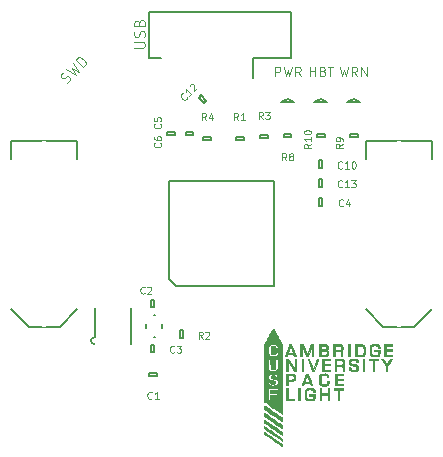
<source format=gto>
G04 #@! TF.FileFunction,Legend,Top*
%FSLAX46Y46*%
G04 Gerber Fmt 4.6, Leading zero omitted, Abs format (unit mm)*
G04 Created by KiCad (PCBNEW 4.0.2+e4-6225~38~ubuntu14.04.1-stable) date Sun 12 Jun 2016 21:16:07 BST*
%MOMM*%
G01*
G04 APERTURE LIST*
%ADD10C,0.100000*%
%ADD11C,0.120000*%
%ADD12C,0.150000*%
%ADD13C,0.010000*%
%ADD14R,0.800000X1.600000*%
%ADD15R,2.100000X3.000000*%
%ADD16R,0.350000X0.650000*%
%ADD17R,0.802000X0.802000*%
%ADD18R,0.300000X1.500000*%
%ADD19R,1.500000X0.300000*%
%ADD20R,2.920000X0.740000*%
%ADD21C,1.200000*%
%ADD22C,0.787000*%
%ADD23C,1.000000*%
%ADD24R,0.850000X0.950000*%
%ADD25R,0.900000X0.750000*%
%ADD26R,0.750000X0.900000*%
%ADD27R,1.450000X1.150000*%
G04 APERTURE END LIST*
D10*
D11*
X86893909Y-87221269D02*
X87015127Y-87160660D01*
X87166650Y-87009137D01*
X87196955Y-86918224D01*
X87196955Y-86857615D01*
X87166649Y-86766701D01*
X87106040Y-86706092D01*
X87015127Y-86675787D01*
X86954518Y-86675787D01*
X86863604Y-86706091D01*
X86712081Y-86797005D01*
X86621167Y-86827310D01*
X86560558Y-86827310D01*
X86469645Y-86797005D01*
X86409035Y-86736395D01*
X86378731Y-86645482D01*
X86378731Y-86584873D01*
X86409035Y-86493960D01*
X86560558Y-86342437D01*
X86681776Y-86281828D01*
X86863604Y-86039391D02*
X87651523Y-86524264D01*
X87318173Y-85948477D01*
X87893960Y-86281828D01*
X87409087Y-85493908D01*
X88287919Y-85887868D02*
X87651523Y-85251472D01*
X87803045Y-85099949D01*
X87924264Y-85039340D01*
X88045482Y-85039340D01*
X88136396Y-85069645D01*
X88287918Y-85160558D01*
X88378833Y-85251473D01*
X88469746Y-85402995D01*
X88500051Y-85493908D01*
X88500051Y-85615127D01*
X88439442Y-85736346D01*
X88287919Y-85887868D01*
X92607143Y-84235714D02*
X93335714Y-84235714D01*
X93421429Y-84192857D01*
X93464286Y-84150000D01*
X93507143Y-84064286D01*
X93507143Y-83892857D01*
X93464286Y-83807143D01*
X93421429Y-83764286D01*
X93335714Y-83721429D01*
X92607143Y-83721429D01*
X93464286Y-83335714D02*
X93507143Y-83207143D01*
X93507143Y-82992857D01*
X93464286Y-82907143D01*
X93421429Y-82864286D01*
X93335714Y-82821429D01*
X93250000Y-82821429D01*
X93164286Y-82864286D01*
X93121429Y-82907143D01*
X93078571Y-82992857D01*
X93035714Y-83164286D01*
X92992857Y-83250000D01*
X92950000Y-83292857D01*
X92864286Y-83335714D01*
X92778571Y-83335714D01*
X92692857Y-83292857D01*
X92650000Y-83250000D01*
X92607143Y-83164286D01*
X92607143Y-82950000D01*
X92650000Y-82821429D01*
X93035714Y-82135714D02*
X93078571Y-82007143D01*
X93121429Y-81964286D01*
X93207143Y-81921429D01*
X93335714Y-81921429D01*
X93421429Y-81964286D01*
X93464286Y-82007143D01*
X93507143Y-82092857D01*
X93507143Y-82435714D01*
X92607143Y-82435714D01*
X92607143Y-82135714D01*
X92650000Y-82050000D01*
X92692857Y-82007143D01*
X92778571Y-81964286D01*
X92864286Y-81964286D01*
X92950000Y-82007143D01*
X92992857Y-82050000D01*
X93035714Y-82135714D01*
X93035714Y-82435714D01*
X110271429Y-92400000D02*
X109985714Y-92600000D01*
X110271429Y-92742857D02*
X109671429Y-92742857D01*
X109671429Y-92514285D01*
X109700000Y-92457143D01*
X109728571Y-92428571D01*
X109785714Y-92400000D01*
X109871429Y-92400000D01*
X109928571Y-92428571D01*
X109957143Y-92457143D01*
X109985714Y-92514285D01*
X109985714Y-92742857D01*
X110271429Y-92114285D02*
X110271429Y-92000000D01*
X110242857Y-91942857D01*
X110214286Y-91914285D01*
X110128571Y-91857143D01*
X110014286Y-91828571D01*
X109785714Y-91828571D01*
X109728571Y-91857143D01*
X109700000Y-91885714D01*
X109671429Y-91942857D01*
X109671429Y-92057143D01*
X109700000Y-92114285D01*
X109728571Y-92142857D01*
X109785714Y-92171428D01*
X109928571Y-92171428D01*
X109985714Y-92142857D01*
X110014286Y-92114285D01*
X110042857Y-92057143D01*
X110042857Y-91942857D01*
X110014286Y-91885714D01*
X109985714Y-91857143D01*
X109928571Y-91828571D01*
X110038096Y-85861905D02*
X110228572Y-86661905D01*
X110380953Y-86090476D01*
X110533334Y-86661905D01*
X110723810Y-85861905D01*
X111485715Y-86661905D02*
X111219048Y-86280952D01*
X111028572Y-86661905D02*
X111028572Y-85861905D01*
X111333334Y-85861905D01*
X111409525Y-85900000D01*
X111447620Y-85938095D01*
X111485715Y-86014286D01*
X111485715Y-86128571D01*
X111447620Y-86204762D01*
X111409525Y-86242857D01*
X111333334Y-86280952D01*
X111028572Y-86280952D01*
X111828572Y-86661905D02*
X111828572Y-85861905D01*
X112285715Y-86661905D01*
X112285715Y-85861905D01*
X107466667Y-86661905D02*
X107466667Y-85861905D01*
X107466667Y-86242857D02*
X107923810Y-86242857D01*
X107923810Y-86661905D02*
X107923810Y-85861905D01*
X108571429Y-86242857D02*
X108685715Y-86280952D01*
X108723810Y-86319048D01*
X108761905Y-86395238D01*
X108761905Y-86509524D01*
X108723810Y-86585714D01*
X108685715Y-86623810D01*
X108609524Y-86661905D01*
X108304762Y-86661905D01*
X108304762Y-85861905D01*
X108571429Y-85861905D01*
X108647619Y-85900000D01*
X108685715Y-85938095D01*
X108723810Y-86014286D01*
X108723810Y-86090476D01*
X108685715Y-86166667D01*
X108647619Y-86204762D01*
X108571429Y-86242857D01*
X108304762Y-86242857D01*
X108990476Y-85861905D02*
X109447619Y-85861905D01*
X109219048Y-86661905D02*
X109219048Y-85861905D01*
X104533333Y-86661905D02*
X104533333Y-85861905D01*
X104838095Y-85861905D01*
X104914286Y-85900000D01*
X104952381Y-85938095D01*
X104990476Y-86014286D01*
X104990476Y-86128571D01*
X104952381Y-86204762D01*
X104914286Y-86242857D01*
X104838095Y-86280952D01*
X104533333Y-86280952D01*
X105257143Y-85861905D02*
X105447619Y-86661905D01*
X105600000Y-86090476D01*
X105752381Y-86661905D01*
X105942857Y-85861905D01*
X106704762Y-86661905D02*
X106438095Y-86280952D01*
X106247619Y-86661905D02*
X106247619Y-85861905D01*
X106552381Y-85861905D01*
X106628572Y-85900000D01*
X106666667Y-85938095D01*
X106704762Y-86014286D01*
X106704762Y-86128571D01*
X106666667Y-86204762D01*
X106628572Y-86242857D01*
X106552381Y-86280952D01*
X106247619Y-86280952D01*
X107571429Y-92385715D02*
X107285714Y-92585715D01*
X107571429Y-92728572D02*
X106971429Y-92728572D01*
X106971429Y-92500000D01*
X107000000Y-92442858D01*
X107028571Y-92414286D01*
X107085714Y-92385715D01*
X107171429Y-92385715D01*
X107228571Y-92414286D01*
X107257143Y-92442858D01*
X107285714Y-92500000D01*
X107285714Y-92728572D01*
X107571429Y-91814286D02*
X107571429Y-92157143D01*
X107571429Y-91985715D02*
X106971429Y-91985715D01*
X107057143Y-92042858D01*
X107114286Y-92100000D01*
X107142857Y-92157143D01*
X106971429Y-91442857D02*
X106971429Y-91385714D01*
X107000000Y-91328571D01*
X107028571Y-91300000D01*
X107085714Y-91271429D01*
X107200000Y-91242857D01*
X107342857Y-91242857D01*
X107457143Y-91271429D01*
X107514286Y-91300000D01*
X107542857Y-91328571D01*
X107571429Y-91385714D01*
X107571429Y-91442857D01*
X107542857Y-91500000D01*
X107514286Y-91528571D01*
X107457143Y-91557143D01*
X107342857Y-91585714D01*
X107200000Y-91585714D01*
X107085714Y-91557143D01*
X107028571Y-91528571D01*
X107000000Y-91500000D01*
X106971429Y-91442857D01*
X105500000Y-93771429D02*
X105300000Y-93485714D01*
X105157143Y-93771429D02*
X105157143Y-93171429D01*
X105385715Y-93171429D01*
X105442857Y-93200000D01*
X105471429Y-93228571D01*
X105500000Y-93285714D01*
X105500000Y-93371429D01*
X105471429Y-93428571D01*
X105442857Y-93457143D01*
X105385715Y-93485714D01*
X105157143Y-93485714D01*
X105842857Y-93428571D02*
X105785715Y-93400000D01*
X105757143Y-93371429D01*
X105728572Y-93314286D01*
X105728572Y-93285714D01*
X105757143Y-93228571D01*
X105785715Y-93200000D01*
X105842857Y-93171429D01*
X105957143Y-93171429D01*
X106014286Y-93200000D01*
X106042857Y-93228571D01*
X106071429Y-93285714D01*
X106071429Y-93314286D01*
X106042857Y-93371429D01*
X106014286Y-93400000D01*
X105957143Y-93428571D01*
X105842857Y-93428571D01*
X105785715Y-93457143D01*
X105757143Y-93485714D01*
X105728572Y-93542857D01*
X105728572Y-93657143D01*
X105757143Y-93714286D01*
X105785715Y-93742857D01*
X105842857Y-93771429D01*
X105957143Y-93771429D01*
X106014286Y-93742857D01*
X106042857Y-93714286D01*
X106071429Y-93657143D01*
X106071429Y-93542857D01*
X106042857Y-93485714D01*
X106014286Y-93457143D01*
X105957143Y-93428571D01*
X97078781Y-88424265D02*
X97078781Y-88464670D01*
X97038376Y-88545483D01*
X96997970Y-88585889D01*
X96917157Y-88626295D01*
X96836345Y-88626294D01*
X96775735Y-88606092D01*
X96674721Y-88545483D01*
X96614111Y-88484873D01*
X96553502Y-88383859D01*
X96533299Y-88323249D01*
X96533299Y-88242437D01*
X96573706Y-88161625D01*
X96614112Y-88121219D01*
X96694924Y-88080812D01*
X96735329Y-88080812D01*
X97523249Y-88060610D02*
X97280812Y-88303046D01*
X97402030Y-88181828D02*
X96977766Y-87757564D01*
X96997969Y-87858579D01*
X96997970Y-87939391D01*
X96977766Y-88000000D01*
X97301015Y-87515126D02*
X97301015Y-87474721D01*
X97321219Y-87414112D01*
X97422234Y-87313097D01*
X97482843Y-87292893D01*
X97523248Y-87292893D01*
X97583858Y-87313096D01*
X97624264Y-87353502D01*
X97664670Y-87434315D01*
X97664670Y-87919188D01*
X97927310Y-87656548D01*
X110300000Y-97614286D02*
X110271429Y-97642857D01*
X110185715Y-97671429D01*
X110128572Y-97671429D01*
X110042857Y-97642857D01*
X109985715Y-97585714D01*
X109957143Y-97528571D01*
X109928572Y-97414286D01*
X109928572Y-97328571D01*
X109957143Y-97214286D01*
X109985715Y-97157143D01*
X110042857Y-97100000D01*
X110128572Y-97071429D01*
X110185715Y-97071429D01*
X110271429Y-97100000D01*
X110300000Y-97128571D01*
X110814286Y-97271429D02*
X110814286Y-97671429D01*
X110671429Y-97042857D02*
X110528572Y-97471429D01*
X110900000Y-97471429D01*
X110214285Y-96014286D02*
X110185714Y-96042857D01*
X110100000Y-96071429D01*
X110042857Y-96071429D01*
X109957142Y-96042857D01*
X109900000Y-95985714D01*
X109871428Y-95928571D01*
X109842857Y-95814286D01*
X109842857Y-95728571D01*
X109871428Y-95614286D01*
X109900000Y-95557143D01*
X109957142Y-95500000D01*
X110042857Y-95471429D01*
X110100000Y-95471429D01*
X110185714Y-95500000D01*
X110214285Y-95528571D01*
X110785714Y-96071429D02*
X110442857Y-96071429D01*
X110614285Y-96071429D02*
X110614285Y-95471429D01*
X110557142Y-95557143D01*
X110500000Y-95614286D01*
X110442857Y-95642857D01*
X110985714Y-95471429D02*
X111357143Y-95471429D01*
X111157143Y-95700000D01*
X111242857Y-95700000D01*
X111300000Y-95728571D01*
X111328571Y-95757143D01*
X111357143Y-95814286D01*
X111357143Y-95957143D01*
X111328571Y-96014286D01*
X111300000Y-96042857D01*
X111242857Y-96071429D01*
X111071429Y-96071429D01*
X111014286Y-96042857D01*
X110985714Y-96014286D01*
X110214285Y-94414286D02*
X110185714Y-94442857D01*
X110100000Y-94471429D01*
X110042857Y-94471429D01*
X109957142Y-94442857D01*
X109900000Y-94385714D01*
X109871428Y-94328571D01*
X109842857Y-94214286D01*
X109842857Y-94128571D01*
X109871428Y-94014286D01*
X109900000Y-93957143D01*
X109957142Y-93900000D01*
X110042857Y-93871429D01*
X110100000Y-93871429D01*
X110185714Y-93900000D01*
X110214285Y-93928571D01*
X110785714Y-94471429D02*
X110442857Y-94471429D01*
X110614285Y-94471429D02*
X110614285Y-93871429D01*
X110557142Y-93957143D01*
X110500000Y-94014286D01*
X110442857Y-94042857D01*
X111157143Y-93871429D02*
X111214286Y-93871429D01*
X111271429Y-93900000D01*
X111300000Y-93928571D01*
X111328571Y-93985714D01*
X111357143Y-94100000D01*
X111357143Y-94242857D01*
X111328571Y-94357143D01*
X111300000Y-94414286D01*
X111271429Y-94442857D01*
X111214286Y-94471429D01*
X111157143Y-94471429D01*
X111100000Y-94442857D01*
X111071429Y-94414286D01*
X111042857Y-94357143D01*
X111014286Y-94242857D01*
X111014286Y-94100000D01*
X111042857Y-93985714D01*
X111071429Y-93928571D01*
X111100000Y-93900000D01*
X111157143Y-93871429D01*
X103500000Y-90271429D02*
X103300000Y-89985714D01*
X103157143Y-90271429D02*
X103157143Y-89671429D01*
X103385715Y-89671429D01*
X103442857Y-89700000D01*
X103471429Y-89728571D01*
X103500000Y-89785714D01*
X103500000Y-89871429D01*
X103471429Y-89928571D01*
X103442857Y-89957143D01*
X103385715Y-89985714D01*
X103157143Y-89985714D01*
X103700000Y-89671429D02*
X104071429Y-89671429D01*
X103871429Y-89900000D01*
X103957143Y-89900000D01*
X104014286Y-89928571D01*
X104042857Y-89957143D01*
X104071429Y-90014286D01*
X104071429Y-90157143D01*
X104042857Y-90214286D01*
X104014286Y-90242857D01*
X103957143Y-90271429D01*
X103785715Y-90271429D01*
X103728572Y-90242857D01*
X103700000Y-90214286D01*
X101400000Y-90371429D02*
X101200000Y-90085714D01*
X101057143Y-90371429D02*
X101057143Y-89771429D01*
X101285715Y-89771429D01*
X101342857Y-89800000D01*
X101371429Y-89828571D01*
X101400000Y-89885714D01*
X101400000Y-89971429D01*
X101371429Y-90028571D01*
X101342857Y-90057143D01*
X101285715Y-90085714D01*
X101057143Y-90085714D01*
X101971429Y-90371429D02*
X101628572Y-90371429D01*
X101800000Y-90371429D02*
X101800000Y-89771429D01*
X101742857Y-89857143D01*
X101685715Y-89914286D01*
X101628572Y-89942857D01*
X98700000Y-90371429D02*
X98500000Y-90085714D01*
X98357143Y-90371429D02*
X98357143Y-89771429D01*
X98585715Y-89771429D01*
X98642857Y-89800000D01*
X98671429Y-89828571D01*
X98700000Y-89885714D01*
X98700000Y-89971429D01*
X98671429Y-90028571D01*
X98642857Y-90057143D01*
X98585715Y-90085714D01*
X98357143Y-90085714D01*
X99214286Y-89971429D02*
X99214286Y-90371429D01*
X99071429Y-89742857D02*
X98928572Y-90171429D01*
X99300000Y-90171429D01*
X94814286Y-90700000D02*
X94842857Y-90728571D01*
X94871429Y-90814285D01*
X94871429Y-90871428D01*
X94842857Y-90957143D01*
X94785714Y-91014285D01*
X94728571Y-91042857D01*
X94614286Y-91071428D01*
X94528571Y-91071428D01*
X94414286Y-91042857D01*
X94357143Y-91014285D01*
X94300000Y-90957143D01*
X94271429Y-90871428D01*
X94271429Y-90814285D01*
X94300000Y-90728571D01*
X94328571Y-90700000D01*
X94271429Y-90157143D02*
X94271429Y-90442857D01*
X94557143Y-90471428D01*
X94528571Y-90442857D01*
X94500000Y-90385714D01*
X94500000Y-90242857D01*
X94528571Y-90185714D01*
X94557143Y-90157143D01*
X94614286Y-90128571D01*
X94757143Y-90128571D01*
X94814286Y-90157143D01*
X94842857Y-90185714D01*
X94871429Y-90242857D01*
X94871429Y-90385714D01*
X94842857Y-90442857D01*
X94814286Y-90471428D01*
X94814286Y-92300000D02*
X94842857Y-92328571D01*
X94871429Y-92414285D01*
X94871429Y-92471428D01*
X94842857Y-92557143D01*
X94785714Y-92614285D01*
X94728571Y-92642857D01*
X94614286Y-92671428D01*
X94528571Y-92671428D01*
X94414286Y-92642857D01*
X94357143Y-92614285D01*
X94300000Y-92557143D01*
X94271429Y-92471428D01*
X94271429Y-92414285D01*
X94300000Y-92328571D01*
X94328571Y-92300000D01*
X94271429Y-91785714D02*
X94271429Y-91900000D01*
X94300000Y-91957143D01*
X94328571Y-91985714D01*
X94414286Y-92042857D01*
X94528571Y-92071428D01*
X94757143Y-92071428D01*
X94814286Y-92042857D01*
X94842857Y-92014285D01*
X94871429Y-91957143D01*
X94871429Y-91842857D01*
X94842857Y-91785714D01*
X94814286Y-91757143D01*
X94757143Y-91728571D01*
X94614286Y-91728571D01*
X94557143Y-91757143D01*
X94528571Y-91785714D01*
X94500000Y-91842857D01*
X94500000Y-91957143D01*
X94528571Y-92014285D01*
X94557143Y-92042857D01*
X94614286Y-92071428D01*
X96000000Y-110014286D02*
X95971429Y-110042857D01*
X95885715Y-110071429D01*
X95828572Y-110071429D01*
X95742857Y-110042857D01*
X95685715Y-109985714D01*
X95657143Y-109928571D01*
X95628572Y-109814286D01*
X95628572Y-109728571D01*
X95657143Y-109614286D01*
X95685715Y-109557143D01*
X95742857Y-109500000D01*
X95828572Y-109471429D01*
X95885715Y-109471429D01*
X95971429Y-109500000D01*
X96000000Y-109528571D01*
X96200000Y-109471429D02*
X96571429Y-109471429D01*
X96371429Y-109700000D01*
X96457143Y-109700000D01*
X96514286Y-109728571D01*
X96542857Y-109757143D01*
X96571429Y-109814286D01*
X96571429Y-109957143D01*
X96542857Y-110014286D01*
X96514286Y-110042857D01*
X96457143Y-110071429D01*
X96285715Y-110071429D01*
X96228572Y-110042857D01*
X96200000Y-110014286D01*
X93500000Y-105014286D02*
X93471429Y-105042857D01*
X93385715Y-105071429D01*
X93328572Y-105071429D01*
X93242857Y-105042857D01*
X93185715Y-104985714D01*
X93157143Y-104928571D01*
X93128572Y-104814286D01*
X93128572Y-104728571D01*
X93157143Y-104614286D01*
X93185715Y-104557143D01*
X93242857Y-104500000D01*
X93328572Y-104471429D01*
X93385715Y-104471429D01*
X93471429Y-104500000D01*
X93500000Y-104528571D01*
X93728572Y-104528571D02*
X93757143Y-104500000D01*
X93814286Y-104471429D01*
X93957143Y-104471429D01*
X94014286Y-104500000D01*
X94042857Y-104528571D01*
X94071429Y-104585714D01*
X94071429Y-104642857D01*
X94042857Y-104728571D01*
X93700000Y-105071429D01*
X94071429Y-105071429D01*
X98400000Y-108871429D02*
X98200000Y-108585714D01*
X98057143Y-108871429D02*
X98057143Y-108271429D01*
X98285715Y-108271429D01*
X98342857Y-108300000D01*
X98371429Y-108328571D01*
X98400000Y-108385714D01*
X98400000Y-108471429D01*
X98371429Y-108528571D01*
X98342857Y-108557143D01*
X98285715Y-108585714D01*
X98057143Y-108585714D01*
X98628572Y-108328571D02*
X98657143Y-108300000D01*
X98714286Y-108271429D01*
X98857143Y-108271429D01*
X98914286Y-108300000D01*
X98942857Y-108328571D01*
X98971429Y-108385714D01*
X98971429Y-108442857D01*
X98942857Y-108528571D01*
X98600000Y-108871429D01*
X98971429Y-108871429D01*
X94100000Y-113914286D02*
X94071429Y-113942857D01*
X93985715Y-113971429D01*
X93928572Y-113971429D01*
X93842857Y-113942857D01*
X93785715Y-113885714D01*
X93757143Y-113828571D01*
X93728572Y-113714286D01*
X93728572Y-113628571D01*
X93757143Y-113514286D01*
X93785715Y-113457143D01*
X93842857Y-113400000D01*
X93928572Y-113371429D01*
X93985715Y-113371429D01*
X94071429Y-113400000D01*
X94100000Y-113428571D01*
X94671429Y-113971429D02*
X94328572Y-113971429D01*
X94500000Y-113971429D02*
X94500000Y-113371429D01*
X94442857Y-113457143D01*
X94385715Y-113514286D01*
X94328572Y-113542857D01*
D12*
X102650000Y-86800000D02*
X102650000Y-85100000D01*
X102650000Y-85100000D02*
X105850000Y-85100000D01*
X105850000Y-85100000D02*
X105850000Y-81200000D01*
X105850000Y-81200000D02*
X93900000Y-81200000D01*
X93900000Y-81200000D02*
X93900000Y-85100000D01*
X93900000Y-85100000D02*
X94900000Y-85100000D01*
X89250000Y-108750000D02*
X89250000Y-106250000D01*
X92350000Y-109350000D02*
X92350000Y-106250000D01*
X89250000Y-108750000D02*
G75*
G03X89250000Y-109350000I0J-300000D01*
G01*
X95550000Y-103850000D02*
X95550000Y-95550000D01*
X95550000Y-95550000D02*
X104450000Y-95550000D01*
X104450000Y-95550000D02*
X104450000Y-104450000D01*
X104450000Y-104450000D02*
X96150000Y-104450000D01*
X96150000Y-104450000D02*
X95550000Y-103850000D01*
X87785000Y-93635000D02*
X87785000Y-92135000D01*
X87785000Y-92135000D02*
X82215000Y-92135000D01*
X82215000Y-92135000D02*
X82215000Y-93635000D01*
X82215000Y-106365000D02*
X83715000Y-107865000D01*
X83715000Y-107865000D02*
X86285000Y-107865000D01*
X86285000Y-107865000D02*
X87785000Y-106365000D01*
X117785000Y-93635000D02*
X117785000Y-92135000D01*
X117785000Y-92135000D02*
X112215000Y-92135000D01*
X112215000Y-92135000D02*
X112215000Y-93635000D01*
X112215000Y-106365000D02*
X113715000Y-107865000D01*
X113715000Y-107865000D02*
X116285000Y-107865000D01*
X116285000Y-107865000D02*
X117785000Y-106365000D01*
X94350000Y-106900000D02*
X94250000Y-106900000D01*
X95000000Y-107950000D02*
X95000000Y-107650000D01*
X94350000Y-108700000D02*
X94250000Y-108700000D01*
X93600000Y-107950000D02*
X93600000Y-107650000D01*
X103925000Y-91625000D02*
X103925000Y-91875000D01*
X103925000Y-91875000D02*
X103275000Y-91875000D01*
X103275000Y-91875000D02*
X103275000Y-91625000D01*
X103275000Y-91625000D02*
X103925000Y-91625000D01*
X101225000Y-92025000D02*
X101225000Y-91775000D01*
X101225000Y-91775000D02*
X101875000Y-91775000D01*
X101875000Y-91775000D02*
X101875000Y-92025000D01*
X101875000Y-92025000D02*
X101225000Y-92025000D01*
X96475000Y-108175000D02*
X96725000Y-108175000D01*
X96725000Y-108175000D02*
X96725000Y-108825000D01*
X96725000Y-108825000D02*
X96475000Y-108825000D01*
X96475000Y-108825000D02*
X96475000Y-108175000D01*
X99125000Y-91775000D02*
X99125000Y-92025000D01*
X99125000Y-92025000D02*
X98475000Y-92025000D01*
X98475000Y-92025000D02*
X98475000Y-91775000D01*
X98475000Y-91775000D02*
X99125000Y-91775000D01*
X108275000Y-95375000D02*
X108525000Y-95375000D01*
X108525000Y-95375000D02*
X108525000Y-96025000D01*
X108525000Y-96025000D02*
X108275000Y-96025000D01*
X108275000Y-96025000D02*
X108275000Y-95375000D01*
X98718198Y-88741421D02*
X98541421Y-88918198D01*
X98541421Y-88918198D02*
X98081802Y-88458579D01*
X98081802Y-88458579D02*
X98258579Y-88281802D01*
X98258579Y-88281802D02*
X98718198Y-88741421D01*
X108275000Y-93775000D02*
X108525000Y-93775000D01*
X108525000Y-93775000D02*
X108525000Y-94425000D01*
X108525000Y-94425000D02*
X108275000Y-94425000D01*
X108275000Y-94425000D02*
X108275000Y-93775000D01*
X95375000Y-91625000D02*
X95375000Y-91375000D01*
X95375000Y-91375000D02*
X96025000Y-91375000D01*
X96025000Y-91375000D02*
X96025000Y-91625000D01*
X96025000Y-91625000D02*
X95375000Y-91625000D01*
X97625000Y-91375000D02*
X97625000Y-91625000D01*
X97625000Y-91625000D02*
X96975000Y-91625000D01*
X96975000Y-91625000D02*
X96975000Y-91375000D01*
X96975000Y-91375000D02*
X97625000Y-91375000D01*
X108525000Y-97625000D02*
X108275000Y-97625000D01*
X108275000Y-97625000D02*
X108275000Y-96975000D01*
X108275000Y-96975000D02*
X108525000Y-96975000D01*
X108525000Y-96975000D02*
X108525000Y-97625000D01*
X94025000Y-105575000D02*
X94275000Y-105575000D01*
X94275000Y-105575000D02*
X94275000Y-106225000D01*
X94275000Y-106225000D02*
X94025000Y-106225000D01*
X94025000Y-106225000D02*
X94025000Y-105575000D01*
X93875000Y-112025000D02*
X93875000Y-111775000D01*
X93875000Y-111775000D02*
X94525000Y-111775000D01*
X94525000Y-111775000D02*
X94525000Y-112025000D01*
X94525000Y-112025000D02*
X93875000Y-112025000D01*
X94025000Y-109375000D02*
X94275000Y-109375000D01*
X94275000Y-109375000D02*
X94275000Y-110025000D01*
X94275000Y-110025000D02*
X94025000Y-110025000D01*
X94025000Y-110025000D02*
X94025000Y-109375000D01*
X111200000Y-88575000D02*
X111750000Y-88825000D01*
X111200000Y-88575000D02*
X110650000Y-88825000D01*
X111750000Y-88825000D02*
X110650000Y-88825000D01*
X108400000Y-88575000D02*
X108950000Y-88825000D01*
X108400000Y-88575000D02*
X107850000Y-88825000D01*
X108950000Y-88825000D02*
X107850000Y-88825000D01*
X110875000Y-91825000D02*
X110875000Y-91575000D01*
X110875000Y-91575000D02*
X111525000Y-91575000D01*
X111525000Y-91575000D02*
X111525000Y-91825000D01*
X111525000Y-91825000D02*
X110875000Y-91825000D01*
X108075000Y-91825000D02*
X108075000Y-91575000D01*
X108075000Y-91575000D02*
X108725000Y-91575000D01*
X108725000Y-91575000D02*
X108725000Y-91825000D01*
X108725000Y-91825000D02*
X108075000Y-91825000D01*
X105600000Y-88575000D02*
X106150000Y-88825000D01*
X105600000Y-88575000D02*
X105050000Y-88825000D01*
X106150000Y-88825000D02*
X105050000Y-88825000D01*
X105275000Y-91825000D02*
X105275000Y-91575000D01*
X105275000Y-91575000D02*
X105925000Y-91575000D01*
X105925000Y-91575000D02*
X105925000Y-91825000D01*
X105925000Y-91825000D02*
X105275000Y-91825000D01*
D13*
G36*
X103622969Y-116791705D02*
X103657153Y-116812074D01*
X103707945Y-116844287D01*
X103773288Y-116886923D01*
X103851124Y-116938562D01*
X103939394Y-116997784D01*
X104036039Y-117063167D01*
X104139003Y-117133292D01*
X104246226Y-117206739D01*
X104355650Y-117282086D01*
X104465218Y-117357914D01*
X104572870Y-117432802D01*
X104676549Y-117505329D01*
X104774197Y-117574077D01*
X104863755Y-117637623D01*
X104943166Y-117694548D01*
X105010370Y-117743431D01*
X105063310Y-117782852D01*
X105099928Y-117811391D01*
X105116975Y-117826333D01*
X105147968Y-117863505D01*
X105162178Y-117896069D01*
X105164600Y-117920758D01*
X105162448Y-117945237D01*
X105154668Y-117960526D01*
X105139276Y-117965802D01*
X105114285Y-117960246D01*
X105077711Y-117943036D01*
X105027567Y-117913350D01*
X104961869Y-117870369D01*
X104878630Y-117813270D01*
X104840750Y-117786833D01*
X104772977Y-117739460D01*
X104688298Y-117680392D01*
X104590685Y-117612396D01*
X104484115Y-117538237D01*
X104372562Y-117460681D01*
X104260001Y-117382494D01*
X104150406Y-117306441D01*
X104126385Y-117289782D01*
X104028505Y-117221692D01*
X103935703Y-117156710D01*
X103850370Y-117096540D01*
X103774897Y-117042889D01*
X103711677Y-116997462D01*
X103663101Y-116961963D01*
X103631559Y-116938097D01*
X103621560Y-116929848D01*
X103592679Y-116899095D01*
X103579752Y-116869941D01*
X103577100Y-116836862D01*
X103578786Y-116803474D01*
X103586559Y-116788398D01*
X103604489Y-116784625D01*
X103607452Y-116784600D01*
X103622969Y-116791705D01*
X103622969Y-116791705D01*
G37*
X103622969Y-116791705D02*
X103657153Y-116812074D01*
X103707945Y-116844287D01*
X103773288Y-116886923D01*
X103851124Y-116938562D01*
X103939394Y-116997784D01*
X104036039Y-117063167D01*
X104139003Y-117133292D01*
X104246226Y-117206739D01*
X104355650Y-117282086D01*
X104465218Y-117357914D01*
X104572870Y-117432802D01*
X104676549Y-117505329D01*
X104774197Y-117574077D01*
X104863755Y-117637623D01*
X104943166Y-117694548D01*
X105010370Y-117743431D01*
X105063310Y-117782852D01*
X105099928Y-117811391D01*
X105116975Y-117826333D01*
X105147968Y-117863505D01*
X105162178Y-117896069D01*
X105164600Y-117920758D01*
X105162448Y-117945237D01*
X105154668Y-117960526D01*
X105139276Y-117965802D01*
X105114285Y-117960246D01*
X105077711Y-117943036D01*
X105027567Y-117913350D01*
X104961869Y-117870369D01*
X104878630Y-117813270D01*
X104840750Y-117786833D01*
X104772977Y-117739460D01*
X104688298Y-117680392D01*
X104590685Y-117612396D01*
X104484115Y-117538237D01*
X104372562Y-117460681D01*
X104260001Y-117382494D01*
X104150406Y-117306441D01*
X104126385Y-117289782D01*
X104028505Y-117221692D01*
X103935703Y-117156710D01*
X103850370Y-117096540D01*
X103774897Y-117042889D01*
X103711677Y-116997462D01*
X103663101Y-116961963D01*
X103631559Y-116938097D01*
X103621560Y-116929848D01*
X103592679Y-116899095D01*
X103579752Y-116869941D01*
X103577100Y-116836862D01*
X103578786Y-116803474D01*
X103586559Y-116788398D01*
X103604489Y-116784625D01*
X103607452Y-116784600D01*
X103622969Y-116791705D01*
G36*
X103616096Y-116296445D02*
X103650008Y-116316940D01*
X103700528Y-116349369D01*
X103765627Y-116392317D01*
X103843273Y-116444369D01*
X103931437Y-116504112D01*
X104028089Y-116570130D01*
X104131198Y-116641009D01*
X104238734Y-116715333D01*
X104348667Y-116791689D01*
X104458967Y-116868661D01*
X104567603Y-116944835D01*
X104672545Y-117018796D01*
X104771764Y-117089130D01*
X104863228Y-117154422D01*
X104944908Y-117213256D01*
X105014774Y-117264219D01*
X105070794Y-117305896D01*
X105110940Y-117336872D01*
X105133180Y-117355732D01*
X105136466Y-117359359D01*
X105155692Y-117398320D01*
X105163443Y-117439433D01*
X105159940Y-117475672D01*
X105145403Y-117500008D01*
X105131859Y-117505922D01*
X105112526Y-117499603D01*
X105073283Y-117478134D01*
X105014451Y-117441718D01*
X104936354Y-117390559D01*
X104839313Y-117324861D01*
X104769909Y-117277009D01*
X104587611Y-117150572D01*
X104425102Y-117037798D01*
X104281275Y-116937909D01*
X104155022Y-116850128D01*
X104045237Y-116773677D01*
X103950811Y-116707781D01*
X103870637Y-116651661D01*
X103803609Y-116604540D01*
X103748618Y-116565642D01*
X103704558Y-116534188D01*
X103670321Y-116509403D01*
X103644799Y-116490509D01*
X103626886Y-116476728D01*
X103615474Y-116467283D01*
X103613152Y-116465179D01*
X103591745Y-116441595D01*
X103580931Y-116416240D01*
X103577303Y-116379209D01*
X103577100Y-116360404D01*
X103578268Y-116319375D01*
X103583076Y-116297842D01*
X103593474Y-116289955D01*
X103600823Y-116289300D01*
X103616096Y-116296445D01*
X103616096Y-116296445D01*
G37*
X103616096Y-116296445D02*
X103650008Y-116316940D01*
X103700528Y-116349369D01*
X103765627Y-116392317D01*
X103843273Y-116444369D01*
X103931437Y-116504112D01*
X104028089Y-116570130D01*
X104131198Y-116641009D01*
X104238734Y-116715333D01*
X104348667Y-116791689D01*
X104458967Y-116868661D01*
X104567603Y-116944835D01*
X104672545Y-117018796D01*
X104771764Y-117089130D01*
X104863228Y-117154422D01*
X104944908Y-117213256D01*
X105014774Y-117264219D01*
X105070794Y-117305896D01*
X105110940Y-117336872D01*
X105133180Y-117355732D01*
X105136466Y-117359359D01*
X105155692Y-117398320D01*
X105163443Y-117439433D01*
X105159940Y-117475672D01*
X105145403Y-117500008D01*
X105131859Y-117505922D01*
X105112526Y-117499603D01*
X105073283Y-117478134D01*
X105014451Y-117441718D01*
X104936354Y-117390559D01*
X104839313Y-117324861D01*
X104769909Y-117277009D01*
X104587611Y-117150572D01*
X104425102Y-117037798D01*
X104281275Y-116937909D01*
X104155022Y-116850128D01*
X104045237Y-116773677D01*
X103950811Y-116707781D01*
X103870637Y-116651661D01*
X103803609Y-116604540D01*
X103748618Y-116565642D01*
X103704558Y-116534188D01*
X103670321Y-116509403D01*
X103644799Y-116490509D01*
X103626886Y-116476728D01*
X103615474Y-116467283D01*
X103613152Y-116465179D01*
X103591745Y-116441595D01*
X103580931Y-116416240D01*
X103577303Y-116379209D01*
X103577100Y-116360404D01*
X103578268Y-116319375D01*
X103583076Y-116297842D01*
X103593474Y-116289955D01*
X103600823Y-116289300D01*
X103616096Y-116296445D01*
G36*
X103649503Y-115762530D02*
X103676546Y-115777089D01*
X103692584Y-115788377D01*
X103727676Y-115812879D01*
X103780006Y-115849334D01*
X103847760Y-115896478D01*
X103929121Y-115953050D01*
X104022273Y-116017788D01*
X104125401Y-116089427D01*
X104236688Y-116166708D01*
X104354319Y-116248365D01*
X104411703Y-116288191D01*
X104550827Y-116384809D01*
X104670546Y-116468152D01*
X104772376Y-116539348D01*
X104857832Y-116599524D01*
X104928432Y-116649809D01*
X104985690Y-116691331D01*
X105031124Y-116725218D01*
X105066249Y-116752598D01*
X105092581Y-116774598D01*
X105111637Y-116792347D01*
X105124933Y-116806973D01*
X105133984Y-116819604D01*
X105139507Y-116829686D01*
X105160594Y-116896958D01*
X105162154Y-116945692D01*
X105158303Y-116982982D01*
X105150409Y-117001867D01*
X105134614Y-117009343D01*
X105126355Y-117010576D01*
X105114978Y-117007989D01*
X105094075Y-116998072D01*
X105062465Y-116980044D01*
X105018967Y-116953125D01*
X104962398Y-116916534D01*
X104891576Y-116869490D01*
X104805319Y-116811213D01*
X104702445Y-116740923D01*
X104581772Y-116657839D01*
X104442118Y-116561181D01*
X104371396Y-116512096D01*
X104249427Y-116427249D01*
X104132904Y-116345933D01*
X104023620Y-116269415D01*
X103923368Y-116198962D01*
X103833941Y-116135842D01*
X103757132Y-116081323D01*
X103694733Y-116036671D01*
X103648537Y-116003155D01*
X103620338Y-115982041D01*
X103612715Y-115975769D01*
X103593432Y-115954716D01*
X103582698Y-115932750D01*
X103578068Y-115901612D01*
X103577100Y-115855365D01*
X103577713Y-115809486D01*
X103580982Y-115782818D01*
X103589051Y-115769181D01*
X103604064Y-115762391D01*
X103609871Y-115760858D01*
X103649503Y-115762530D01*
X103649503Y-115762530D01*
G37*
X103649503Y-115762530D02*
X103676546Y-115777089D01*
X103692584Y-115788377D01*
X103727676Y-115812879D01*
X103780006Y-115849334D01*
X103847760Y-115896478D01*
X103929121Y-115953050D01*
X104022273Y-116017788D01*
X104125401Y-116089427D01*
X104236688Y-116166708D01*
X104354319Y-116248365D01*
X104411703Y-116288191D01*
X104550827Y-116384809D01*
X104670546Y-116468152D01*
X104772376Y-116539348D01*
X104857832Y-116599524D01*
X104928432Y-116649809D01*
X104985690Y-116691331D01*
X105031124Y-116725218D01*
X105066249Y-116752598D01*
X105092581Y-116774598D01*
X105111637Y-116792347D01*
X105124933Y-116806973D01*
X105133984Y-116819604D01*
X105139507Y-116829686D01*
X105160594Y-116896958D01*
X105162154Y-116945692D01*
X105158303Y-116982982D01*
X105150409Y-117001867D01*
X105134614Y-117009343D01*
X105126355Y-117010576D01*
X105114978Y-117007989D01*
X105094075Y-116998072D01*
X105062465Y-116980044D01*
X105018967Y-116953125D01*
X104962398Y-116916534D01*
X104891576Y-116869490D01*
X104805319Y-116811213D01*
X104702445Y-116740923D01*
X104581772Y-116657839D01*
X104442118Y-116561181D01*
X104371396Y-116512096D01*
X104249427Y-116427249D01*
X104132904Y-116345933D01*
X104023620Y-116269415D01*
X103923368Y-116198962D01*
X103833941Y-116135842D01*
X103757132Y-116081323D01*
X103694733Y-116036671D01*
X103648537Y-116003155D01*
X103620338Y-115982041D01*
X103612715Y-115975769D01*
X103593432Y-115954716D01*
X103582698Y-115932750D01*
X103578068Y-115901612D01*
X103577100Y-115855365D01*
X103577713Y-115809486D01*
X103580982Y-115782818D01*
X103589051Y-115769181D01*
X103604064Y-115762391D01*
X103609871Y-115760858D01*
X103649503Y-115762530D01*
G36*
X103648707Y-115170190D02*
X103664291Y-115179740D01*
X103698935Y-115202605D01*
X103750866Y-115237568D01*
X103818311Y-115283417D01*
X103899496Y-115338935D01*
X103992646Y-115402909D01*
X104095990Y-115474123D01*
X104207752Y-115551362D01*
X104326159Y-115633413D01*
X104403800Y-115687327D01*
X104564713Y-115799446D01*
X104704962Y-115897787D01*
X104825001Y-115982682D01*
X104925288Y-116054461D01*
X105006277Y-116113457D01*
X105068424Y-116160001D01*
X105112187Y-116194423D01*
X105138020Y-116217055D01*
X105145802Y-116226287D01*
X105156207Y-116259229D01*
X105162429Y-116304390D01*
X105164330Y-116353497D01*
X105161771Y-116398278D01*
X105154615Y-116430464D01*
X105149360Y-116439160D01*
X105124220Y-116452812D01*
X105113497Y-116454400D01*
X105099848Y-116447324D01*
X105067111Y-116426878D01*
X105017023Y-116394235D01*
X104951322Y-116350565D01*
X104871744Y-116297042D01*
X104780027Y-116234836D01*
X104677908Y-116165121D01*
X104567125Y-116089067D01*
X104449414Y-116007847D01*
X104369912Y-115952770D01*
X104247914Y-115867921D01*
X104131386Y-115786489D01*
X104022121Y-115709751D01*
X103921912Y-115638985D01*
X103832554Y-115575469D01*
X103755841Y-115520481D01*
X103693564Y-115475299D01*
X103647519Y-115441199D01*
X103619498Y-115419462D01*
X103612025Y-115412820D01*
X103594375Y-115391231D01*
X103583922Y-115369489D01*
X103578811Y-115340154D01*
X103577188Y-115295787D01*
X103577100Y-115272701D01*
X103579037Y-115213988D01*
X103586161Y-115177653D01*
X103600440Y-115160880D01*
X103623841Y-115160851D01*
X103648707Y-115170190D01*
X103648707Y-115170190D01*
G37*
X103648707Y-115170190D02*
X103664291Y-115179740D01*
X103698935Y-115202605D01*
X103750866Y-115237568D01*
X103818311Y-115283417D01*
X103899496Y-115338935D01*
X103992646Y-115402909D01*
X104095990Y-115474123D01*
X104207752Y-115551362D01*
X104326159Y-115633413D01*
X104403800Y-115687327D01*
X104564713Y-115799446D01*
X104704962Y-115897787D01*
X104825001Y-115982682D01*
X104925288Y-116054461D01*
X105006277Y-116113457D01*
X105068424Y-116160001D01*
X105112187Y-116194423D01*
X105138020Y-116217055D01*
X105145802Y-116226287D01*
X105156207Y-116259229D01*
X105162429Y-116304390D01*
X105164330Y-116353497D01*
X105161771Y-116398278D01*
X105154615Y-116430464D01*
X105149360Y-116439160D01*
X105124220Y-116452812D01*
X105113497Y-116454400D01*
X105099848Y-116447324D01*
X105067111Y-116426878D01*
X105017023Y-116394235D01*
X104951322Y-116350565D01*
X104871744Y-116297042D01*
X104780027Y-116234836D01*
X104677908Y-116165121D01*
X104567125Y-116089067D01*
X104449414Y-116007847D01*
X104369912Y-115952770D01*
X104247914Y-115867921D01*
X104131386Y-115786489D01*
X104022121Y-115709751D01*
X103921912Y-115638985D01*
X103832554Y-115575469D01*
X103755841Y-115520481D01*
X103693564Y-115475299D01*
X103647519Y-115441199D01*
X103619498Y-115419462D01*
X103612025Y-115412820D01*
X103594375Y-115391231D01*
X103583922Y-115369489D01*
X103578811Y-115340154D01*
X103577188Y-115295787D01*
X103577100Y-115272701D01*
X103579037Y-115213988D01*
X103586161Y-115177653D01*
X103600440Y-115160880D01*
X103623841Y-115160851D01*
X103648707Y-115170190D01*
G36*
X103640600Y-114534033D02*
X103656855Y-114543321D01*
X103691725Y-114565880D01*
X103743130Y-114600252D01*
X103808992Y-114644979D01*
X103887231Y-114698604D01*
X103975769Y-114759670D01*
X104072524Y-114826719D01*
X104175420Y-114898294D01*
X104282375Y-114972936D01*
X104391311Y-115049189D01*
X104500150Y-115125595D01*
X104606811Y-115200696D01*
X104709215Y-115273036D01*
X104805283Y-115341155D01*
X104892936Y-115403598D01*
X104970094Y-115458907D01*
X105034679Y-115505623D01*
X105084611Y-115542290D01*
X105117811Y-115567449D01*
X105132145Y-115579579D01*
X105147521Y-115599982D01*
X105157105Y-115621064D01*
X105162244Y-115649381D01*
X105164287Y-115691489D01*
X105164600Y-115737377D01*
X105163976Y-115794410D01*
X105161485Y-115831264D01*
X105156191Y-115853142D01*
X105147161Y-115865247D01*
X105140930Y-115869273D01*
X105120973Y-115873630D01*
X105094367Y-115865255D01*
X105057815Y-115844242D01*
X105030296Y-115826129D01*
X104983139Y-115794286D01*
X104917526Y-115749528D01*
X104834641Y-115692671D01*
X104735665Y-115624530D01*
X104621783Y-115545922D01*
X104494178Y-115457663D01*
X104354032Y-115360568D01*
X104202528Y-115255455D01*
X104040849Y-115143138D01*
X103977150Y-115098850D01*
X103895495Y-115041508D01*
X103818845Y-114986628D01*
X103750213Y-114936448D01*
X103692611Y-114893206D01*
X103649052Y-114859143D01*
X103622550Y-114836496D01*
X103618375Y-114832261D01*
X103599010Y-114809655D01*
X103586904Y-114789609D01*
X103580352Y-114765361D01*
X103577653Y-114730148D01*
X103577102Y-114677207D01*
X103577100Y-114668380D01*
X103577799Y-114611237D01*
X103580479Y-114574394D01*
X103586010Y-114552776D01*
X103595264Y-114541307D01*
X103599324Y-114538862D01*
X103627324Y-114532280D01*
X103640600Y-114534033D01*
X103640600Y-114534033D01*
G37*
X103640600Y-114534033D02*
X103656855Y-114543321D01*
X103691725Y-114565880D01*
X103743130Y-114600252D01*
X103808992Y-114644979D01*
X103887231Y-114698604D01*
X103975769Y-114759670D01*
X104072524Y-114826719D01*
X104175420Y-114898294D01*
X104282375Y-114972936D01*
X104391311Y-115049189D01*
X104500150Y-115125595D01*
X104606811Y-115200696D01*
X104709215Y-115273036D01*
X104805283Y-115341155D01*
X104892936Y-115403598D01*
X104970094Y-115458907D01*
X105034679Y-115505623D01*
X105084611Y-115542290D01*
X105117811Y-115567449D01*
X105132145Y-115579579D01*
X105147521Y-115599982D01*
X105157105Y-115621064D01*
X105162244Y-115649381D01*
X105164287Y-115691489D01*
X105164600Y-115737377D01*
X105163976Y-115794410D01*
X105161485Y-115831264D01*
X105156191Y-115853142D01*
X105147161Y-115865247D01*
X105140930Y-115869273D01*
X105120973Y-115873630D01*
X105094367Y-115865255D01*
X105057815Y-115844242D01*
X105030296Y-115826129D01*
X104983139Y-115794286D01*
X104917526Y-115749528D01*
X104834641Y-115692671D01*
X104735665Y-115624530D01*
X104621783Y-115545922D01*
X104494178Y-115457663D01*
X104354032Y-115360568D01*
X104202528Y-115255455D01*
X104040849Y-115143138D01*
X103977150Y-115098850D01*
X103895495Y-115041508D01*
X103818845Y-114986628D01*
X103750213Y-114936448D01*
X103692611Y-114893206D01*
X103649052Y-114859143D01*
X103622550Y-114836496D01*
X103618375Y-114832261D01*
X103599010Y-114809655D01*
X103586904Y-114789609D01*
X103580352Y-114765361D01*
X103577653Y-114730148D01*
X103577102Y-114677207D01*
X103577100Y-114668380D01*
X103577799Y-114611237D01*
X103580479Y-114574394D01*
X103586010Y-114552776D01*
X103595264Y-114541307D01*
X103599324Y-114538862D01*
X103627324Y-114532280D01*
X103640600Y-114534033D01*
G36*
X104385715Y-108041462D02*
X104396723Y-108055374D01*
X104418679Y-108089108D01*
X104450219Y-108140270D01*
X104489976Y-108206467D01*
X104536585Y-108285304D01*
X104588680Y-108374388D01*
X104644897Y-108471324D01*
X104703870Y-108573721D01*
X104764232Y-108679182D01*
X104824620Y-108785316D01*
X104883667Y-108889727D01*
X104940007Y-108990023D01*
X104992277Y-109083810D01*
X105039109Y-109168693D01*
X105079138Y-109242279D01*
X105111000Y-109302175D01*
X105133328Y-109345986D01*
X105144758Y-109371319D01*
X105145418Y-109373280D01*
X105147566Y-109382476D01*
X105149550Y-109396135D01*
X105151377Y-109415223D01*
X105153054Y-109440705D01*
X105154585Y-109473548D01*
X105155978Y-109514717D01*
X105157239Y-109565180D01*
X105158375Y-109625901D01*
X105159391Y-109697846D01*
X105160293Y-109781983D01*
X105161089Y-109879276D01*
X105161785Y-109990693D01*
X105162386Y-110117198D01*
X105162899Y-110259759D01*
X105163330Y-110419340D01*
X105163686Y-110596909D01*
X105163973Y-110793430D01*
X105164197Y-111009871D01*
X105164365Y-111247197D01*
X105164483Y-111506374D01*
X105164557Y-111788369D01*
X105164593Y-112094147D01*
X105164600Y-112313965D01*
X105164571Y-112648400D01*
X105164481Y-112958208D01*
X105164327Y-113244164D01*
X105164104Y-113507041D01*
X105163808Y-113747611D01*
X105163435Y-113966649D01*
X105162981Y-114164929D01*
X105162442Y-114343223D01*
X105161814Y-114502305D01*
X105161093Y-114642949D01*
X105160275Y-114765929D01*
X105159355Y-114872017D01*
X105158330Y-114961987D01*
X105157195Y-115036613D01*
X105155946Y-115096669D01*
X105154580Y-115142928D01*
X105153093Y-115176162D01*
X105151479Y-115197147D01*
X105149735Y-115206655D01*
X105149360Y-115207259D01*
X105124555Y-115219771D01*
X105108085Y-115221839D01*
X105093565Y-115214625D01*
X105059990Y-115193988D01*
X105009091Y-115161093D01*
X104942604Y-115117110D01*
X104862261Y-115063205D01*
X104769796Y-115000547D01*
X104666942Y-114930304D01*
X104555435Y-114853643D01*
X104437006Y-114771733D01*
X104346674Y-114708943D01*
X104224263Y-114623419D01*
X104107762Y-114541528D01*
X103998888Y-114464508D01*
X103899361Y-114393598D01*
X103810897Y-114330037D01*
X103735216Y-114275064D01*
X103674035Y-114229917D01*
X103629072Y-114195836D01*
X103602046Y-114174059D01*
X103594649Y-114166678D01*
X103592562Y-114158995D01*
X103590646Y-114143144D01*
X103588894Y-114118151D01*
X103587300Y-114083043D01*
X103585856Y-114036846D01*
X103584555Y-113978588D01*
X103583391Y-113907294D01*
X103582356Y-113821992D01*
X103581444Y-113721708D01*
X103580648Y-113605468D01*
X103579960Y-113472300D01*
X103579374Y-113321229D01*
X103578882Y-113151284D01*
X103578723Y-113076200D01*
X103958100Y-113076200D01*
X103958100Y-114079500D01*
X104148600Y-114079500D01*
X104148600Y-113673615D01*
X104412125Y-113670182D01*
X104675650Y-113666750D01*
X104683212Y-113508000D01*
X104148600Y-113508000D01*
X104148600Y-113241300D01*
X104758200Y-113241300D01*
X104758200Y-113076200D01*
X103958100Y-113076200D01*
X103578723Y-113076200D01*
X103578479Y-112961489D01*
X103578156Y-112750872D01*
X103577907Y-112518460D01*
X103577907Y-112517400D01*
X103954687Y-112517400D01*
X103960974Y-112605272D01*
X103972870Y-112683569D01*
X103997666Y-112742691D01*
X104038078Y-112785363D01*
X104096825Y-112814308D01*
X104176626Y-112832253D01*
X104189124Y-112833977D01*
X104287869Y-112843634D01*
X104379687Y-112844893D01*
X104478662Y-112837821D01*
X104500272Y-112835445D01*
X104584408Y-112821863D01*
X104648192Y-112800923D01*
X104694178Y-112769506D01*
X104724920Y-112724492D01*
X104742973Y-112662762D01*
X104750890Y-112581197D01*
X104751850Y-112528169D01*
X104751216Y-112465142D01*
X104748722Y-112421681D01*
X104743481Y-112391970D01*
X104734605Y-112370194D01*
X104725630Y-112356388D01*
X104694336Y-112323665D01*
X104652182Y-112298962D01*
X104594973Y-112280686D01*
X104518512Y-112267246D01*
X104478156Y-112262503D01*
X104382380Y-112252190D01*
X104308847Y-112243415D01*
X104254495Y-112235465D01*
X104216268Y-112227622D01*
X104191106Y-112219172D01*
X104175951Y-112209400D01*
X104167744Y-112197589D01*
X104164881Y-112189219D01*
X104156062Y-112131404D01*
X104159269Y-112076759D01*
X104173571Y-112033434D01*
X104184360Y-112018794D01*
X104202108Y-112005138D01*
X104226478Y-111996176D01*
X104263581Y-111990496D01*
X104319526Y-111986690D01*
X104324492Y-111986449D01*
X104406812Y-111986161D01*
X104470372Y-111993733D01*
X104513289Y-112008751D01*
X104533677Y-112030801D01*
X104534162Y-112032409D01*
X104541298Y-112061038D01*
X104547711Y-112088775D01*
X104553053Y-112107055D01*
X104562909Y-112117498D01*
X104583329Y-112122295D01*
X104620366Y-112123638D01*
X104644141Y-112123700D01*
X104732800Y-112123700D01*
X104732521Y-112063375D01*
X104726602Y-112012199D01*
X104712244Y-111960094D01*
X104707496Y-111948527D01*
X104684017Y-111909770D01*
X104651173Y-111880579D01*
X104605461Y-111859605D01*
X104543379Y-111845495D01*
X104461423Y-111836901D01*
X104410931Y-111834210D01*
X104293049Y-111833497D01*
X104192346Y-111841502D01*
X104111046Y-111857904D01*
X104051372Y-111882384D01*
X104044051Y-111886981D01*
X104006865Y-111925982D01*
X103979586Y-111983684D01*
X103963264Y-112054982D01*
X103958950Y-112134773D01*
X103967695Y-112217950D01*
X103971845Y-112237812D01*
X103985856Y-112282472D01*
X104006993Y-112317910D01*
X104038304Y-112345597D01*
X104082840Y-112367001D01*
X104143649Y-112383591D01*
X104223782Y-112396838D01*
X104325303Y-112408117D01*
X104409195Y-112416594D01*
X104471103Y-112424987D01*
X104514363Y-112435231D01*
X104542309Y-112449260D01*
X104558279Y-112469008D01*
X104565607Y-112496410D01*
X104567628Y-112533401D01*
X104567700Y-112548690D01*
X104564825Y-112597895D01*
X104557178Y-112635945D01*
X104550638Y-112650178D01*
X104524682Y-112667594D01*
X104478592Y-112680452D01*
X104417337Y-112688057D01*
X104345888Y-112689713D01*
X104289548Y-112686714D01*
X104223268Y-112676946D01*
X104179300Y-112660104D01*
X104155187Y-112634730D01*
X104148426Y-112603125D01*
X104146132Y-112560874D01*
X104136506Y-112535339D01*
X104114483Y-112522370D01*
X104075002Y-112517818D01*
X104043812Y-112517400D01*
X103954687Y-112517400D01*
X103577907Y-112517400D01*
X103577725Y-112263279D01*
X103577603Y-111984355D01*
X103577550Y-111773528D01*
X103577327Y-110599700D01*
X103958100Y-110599700D01*
X103958100Y-110984744D01*
X103958364Y-111102309D01*
X103959235Y-111197310D01*
X103960834Y-111272580D01*
X103963277Y-111330951D01*
X103966685Y-111375255D01*
X103971175Y-111408324D01*
X103976868Y-111432989D01*
X103976920Y-111433165D01*
X104005018Y-111496487D01*
X104048143Y-111542841D01*
X104109214Y-111574584D01*
X104172370Y-111590934D01*
X104221750Y-111596459D01*
X104286516Y-111598758D01*
X104359910Y-111598126D01*
X104435174Y-111594861D01*
X104505550Y-111589259D01*
X104564280Y-111581616D01*
X104604606Y-111572230D01*
X104605438Y-111571933D01*
X104643024Y-111556939D01*
X104673910Y-111540129D01*
X104698748Y-111518993D01*
X104718192Y-111491021D01*
X104732895Y-111453702D01*
X104743510Y-111404526D01*
X104750690Y-111340982D01*
X104755088Y-111260561D01*
X104757356Y-111160752D01*
X104758149Y-111039045D01*
X104758200Y-110984744D01*
X104758200Y-110599700D01*
X104567700Y-110599700D01*
X104567700Y-110973752D01*
X104567239Y-111100633D01*
X104565838Y-111202966D01*
X104563466Y-111281586D01*
X104560092Y-111337328D01*
X104555686Y-111371026D01*
X104552979Y-111380113D01*
X104531697Y-111406088D01*
X104493742Y-111423866D01*
X104436502Y-111434191D01*
X104357366Y-111437807D01*
X104350520Y-111437829D01*
X104274289Y-111434646D01*
X104219611Y-111424330D01*
X104183402Y-111405921D01*
X104163050Y-111379520D01*
X104158101Y-111355818D01*
X104154201Y-111308492D01*
X104151337Y-111237138D01*
X104149494Y-111141351D01*
X104148657Y-111020726D01*
X104148600Y-110973752D01*
X104148600Y-110599700D01*
X103958100Y-110599700D01*
X103577327Y-110599700D01*
X103577186Y-109858684D01*
X103959726Y-109858684D01*
X103963715Y-109966832D01*
X103972348Y-110064399D01*
X103985193Y-110146999D01*
X104001820Y-110210243D01*
X104008090Y-110226178D01*
X104037748Y-110274852D01*
X104080043Y-110309844D01*
X104140477Y-110335319D01*
X104159377Y-110340774D01*
X104207362Y-110349179D01*
X104272942Y-110354608D01*
X104348477Y-110356991D01*
X104426330Y-110356255D01*
X104498862Y-110352330D01*
X104558434Y-110345146D01*
X104561936Y-110344516D01*
X104609170Y-110333893D01*
X104651099Y-110321273D01*
X104670918Y-110313113D01*
X104705627Y-110282067D01*
X104734331Y-110230026D01*
X104755277Y-110161036D01*
X104765414Y-110094875D01*
X104774181Y-110002800D01*
X104583326Y-110002800D01*
X104574760Y-110071363D01*
X104566573Y-110117611D01*
X104552719Y-110149784D01*
X104528944Y-110170611D01*
X104490994Y-110182823D01*
X104434614Y-110189149D01*
X104387809Y-110191339D01*
X104320159Y-110192773D01*
X104267056Y-110190050D01*
X104226743Y-110180495D01*
X104197461Y-110161433D01*
X104177451Y-110130189D01*
X104164954Y-110084089D01*
X104158213Y-110020456D01*
X104155469Y-109936616D01*
X104154962Y-109837141D01*
X104155247Y-109751864D01*
X104156325Y-109688123D01*
X104158514Y-109642057D01*
X104162131Y-109609808D01*
X104167495Y-109587514D01*
X104174922Y-109571317D01*
X104177141Y-109567765D01*
X104212113Y-109535793D01*
X104267188Y-109516627D01*
X104343150Y-109510079D01*
X104408950Y-109512885D01*
X104473071Y-109520751D01*
X104516349Y-109534107D01*
X104543243Y-109556219D01*
X104558213Y-109590352D01*
X104564401Y-109626727D01*
X104571003Y-109685300D01*
X104758200Y-109685300D01*
X104758200Y-109641475D01*
X104751172Y-109562672D01*
X104731511Y-109492344D01*
X104701346Y-109437219D01*
X104689071Y-109423131D01*
X104652627Y-109394054D01*
X104607728Y-109373408D01*
X104550138Y-109360184D01*
X104475624Y-109353374D01*
X104389900Y-109351899D01*
X104279687Y-109355706D01*
X104191212Y-109366616D01*
X104121525Y-109385763D01*
X104067676Y-109414280D01*
X104026713Y-109453301D01*
X103996029Y-109503243D01*
X103983825Y-109531900D01*
X103975097Y-109562154D01*
X103969041Y-109599512D01*
X103964852Y-109649477D01*
X103961726Y-109717558D01*
X103960810Y-109744343D01*
X103959726Y-109858684D01*
X103577186Y-109858684D01*
X103577100Y-109410406D01*
X103633143Y-109297028D01*
X103655422Y-109253531D01*
X103687022Y-109194093D01*
X103726567Y-109121142D01*
X103772684Y-109037108D01*
X103823997Y-108944419D01*
X103879131Y-108845505D01*
X103936713Y-108742793D01*
X103995367Y-108638713D01*
X104053718Y-108535693D01*
X104110393Y-108436163D01*
X104164015Y-108342550D01*
X104213211Y-108257285D01*
X104256606Y-108182795D01*
X104292825Y-108121510D01*
X104320493Y-108075859D01*
X104338235Y-108048269D01*
X104344079Y-108040960D01*
X104372359Y-108035519D01*
X104385715Y-108041462D01*
X104385715Y-108041462D01*
G37*
X104385715Y-108041462D02*
X104396723Y-108055374D01*
X104418679Y-108089108D01*
X104450219Y-108140270D01*
X104489976Y-108206467D01*
X104536585Y-108285304D01*
X104588680Y-108374388D01*
X104644897Y-108471324D01*
X104703870Y-108573721D01*
X104764232Y-108679182D01*
X104824620Y-108785316D01*
X104883667Y-108889727D01*
X104940007Y-108990023D01*
X104992277Y-109083810D01*
X105039109Y-109168693D01*
X105079138Y-109242279D01*
X105111000Y-109302175D01*
X105133328Y-109345986D01*
X105144758Y-109371319D01*
X105145418Y-109373280D01*
X105147566Y-109382476D01*
X105149550Y-109396135D01*
X105151377Y-109415223D01*
X105153054Y-109440705D01*
X105154585Y-109473548D01*
X105155978Y-109514717D01*
X105157239Y-109565180D01*
X105158375Y-109625901D01*
X105159391Y-109697846D01*
X105160293Y-109781983D01*
X105161089Y-109879276D01*
X105161785Y-109990693D01*
X105162386Y-110117198D01*
X105162899Y-110259759D01*
X105163330Y-110419340D01*
X105163686Y-110596909D01*
X105163973Y-110793430D01*
X105164197Y-111009871D01*
X105164365Y-111247197D01*
X105164483Y-111506374D01*
X105164557Y-111788369D01*
X105164593Y-112094147D01*
X105164600Y-112313965D01*
X105164571Y-112648400D01*
X105164481Y-112958208D01*
X105164327Y-113244164D01*
X105164104Y-113507041D01*
X105163808Y-113747611D01*
X105163435Y-113966649D01*
X105162981Y-114164929D01*
X105162442Y-114343223D01*
X105161814Y-114502305D01*
X105161093Y-114642949D01*
X105160275Y-114765929D01*
X105159355Y-114872017D01*
X105158330Y-114961987D01*
X105157195Y-115036613D01*
X105155946Y-115096669D01*
X105154580Y-115142928D01*
X105153093Y-115176162D01*
X105151479Y-115197147D01*
X105149735Y-115206655D01*
X105149360Y-115207259D01*
X105124555Y-115219771D01*
X105108085Y-115221839D01*
X105093565Y-115214625D01*
X105059990Y-115193988D01*
X105009091Y-115161093D01*
X104942604Y-115117110D01*
X104862261Y-115063205D01*
X104769796Y-115000547D01*
X104666942Y-114930304D01*
X104555435Y-114853643D01*
X104437006Y-114771733D01*
X104346674Y-114708943D01*
X104224263Y-114623419D01*
X104107762Y-114541528D01*
X103998888Y-114464508D01*
X103899361Y-114393598D01*
X103810897Y-114330037D01*
X103735216Y-114275064D01*
X103674035Y-114229917D01*
X103629072Y-114195836D01*
X103602046Y-114174059D01*
X103594649Y-114166678D01*
X103592562Y-114158995D01*
X103590646Y-114143144D01*
X103588894Y-114118151D01*
X103587300Y-114083043D01*
X103585856Y-114036846D01*
X103584555Y-113978588D01*
X103583391Y-113907294D01*
X103582356Y-113821992D01*
X103581444Y-113721708D01*
X103580648Y-113605468D01*
X103579960Y-113472300D01*
X103579374Y-113321229D01*
X103578882Y-113151284D01*
X103578723Y-113076200D01*
X103958100Y-113076200D01*
X103958100Y-114079500D01*
X104148600Y-114079500D01*
X104148600Y-113673615D01*
X104412125Y-113670182D01*
X104675650Y-113666750D01*
X104683212Y-113508000D01*
X104148600Y-113508000D01*
X104148600Y-113241300D01*
X104758200Y-113241300D01*
X104758200Y-113076200D01*
X103958100Y-113076200D01*
X103578723Y-113076200D01*
X103578479Y-112961489D01*
X103578156Y-112750872D01*
X103577907Y-112518460D01*
X103577907Y-112517400D01*
X103954687Y-112517400D01*
X103960974Y-112605272D01*
X103972870Y-112683569D01*
X103997666Y-112742691D01*
X104038078Y-112785363D01*
X104096825Y-112814308D01*
X104176626Y-112832253D01*
X104189124Y-112833977D01*
X104287869Y-112843634D01*
X104379687Y-112844893D01*
X104478662Y-112837821D01*
X104500272Y-112835445D01*
X104584408Y-112821863D01*
X104648192Y-112800923D01*
X104694178Y-112769506D01*
X104724920Y-112724492D01*
X104742973Y-112662762D01*
X104750890Y-112581197D01*
X104751850Y-112528169D01*
X104751216Y-112465142D01*
X104748722Y-112421681D01*
X104743481Y-112391970D01*
X104734605Y-112370194D01*
X104725630Y-112356388D01*
X104694336Y-112323665D01*
X104652182Y-112298962D01*
X104594973Y-112280686D01*
X104518512Y-112267246D01*
X104478156Y-112262503D01*
X104382380Y-112252190D01*
X104308847Y-112243415D01*
X104254495Y-112235465D01*
X104216268Y-112227622D01*
X104191106Y-112219172D01*
X104175951Y-112209400D01*
X104167744Y-112197589D01*
X104164881Y-112189219D01*
X104156062Y-112131404D01*
X104159269Y-112076759D01*
X104173571Y-112033434D01*
X104184360Y-112018794D01*
X104202108Y-112005138D01*
X104226478Y-111996176D01*
X104263581Y-111990496D01*
X104319526Y-111986690D01*
X104324492Y-111986449D01*
X104406812Y-111986161D01*
X104470372Y-111993733D01*
X104513289Y-112008751D01*
X104533677Y-112030801D01*
X104534162Y-112032409D01*
X104541298Y-112061038D01*
X104547711Y-112088775D01*
X104553053Y-112107055D01*
X104562909Y-112117498D01*
X104583329Y-112122295D01*
X104620366Y-112123638D01*
X104644141Y-112123700D01*
X104732800Y-112123700D01*
X104732521Y-112063375D01*
X104726602Y-112012199D01*
X104712244Y-111960094D01*
X104707496Y-111948527D01*
X104684017Y-111909770D01*
X104651173Y-111880579D01*
X104605461Y-111859605D01*
X104543379Y-111845495D01*
X104461423Y-111836901D01*
X104410931Y-111834210D01*
X104293049Y-111833497D01*
X104192346Y-111841502D01*
X104111046Y-111857904D01*
X104051372Y-111882384D01*
X104044051Y-111886981D01*
X104006865Y-111925982D01*
X103979586Y-111983684D01*
X103963264Y-112054982D01*
X103958950Y-112134773D01*
X103967695Y-112217950D01*
X103971845Y-112237812D01*
X103985856Y-112282472D01*
X104006993Y-112317910D01*
X104038304Y-112345597D01*
X104082840Y-112367001D01*
X104143649Y-112383591D01*
X104223782Y-112396838D01*
X104325303Y-112408117D01*
X104409195Y-112416594D01*
X104471103Y-112424987D01*
X104514363Y-112435231D01*
X104542309Y-112449260D01*
X104558279Y-112469008D01*
X104565607Y-112496410D01*
X104567628Y-112533401D01*
X104567700Y-112548690D01*
X104564825Y-112597895D01*
X104557178Y-112635945D01*
X104550638Y-112650178D01*
X104524682Y-112667594D01*
X104478592Y-112680452D01*
X104417337Y-112688057D01*
X104345888Y-112689713D01*
X104289548Y-112686714D01*
X104223268Y-112676946D01*
X104179300Y-112660104D01*
X104155187Y-112634730D01*
X104148426Y-112603125D01*
X104146132Y-112560874D01*
X104136506Y-112535339D01*
X104114483Y-112522370D01*
X104075002Y-112517818D01*
X104043812Y-112517400D01*
X103954687Y-112517400D01*
X103577907Y-112517400D01*
X103577725Y-112263279D01*
X103577603Y-111984355D01*
X103577550Y-111773528D01*
X103577327Y-110599700D01*
X103958100Y-110599700D01*
X103958100Y-110984744D01*
X103958364Y-111102309D01*
X103959235Y-111197310D01*
X103960834Y-111272580D01*
X103963277Y-111330951D01*
X103966685Y-111375255D01*
X103971175Y-111408324D01*
X103976868Y-111432989D01*
X103976920Y-111433165D01*
X104005018Y-111496487D01*
X104048143Y-111542841D01*
X104109214Y-111574584D01*
X104172370Y-111590934D01*
X104221750Y-111596459D01*
X104286516Y-111598758D01*
X104359910Y-111598126D01*
X104435174Y-111594861D01*
X104505550Y-111589259D01*
X104564280Y-111581616D01*
X104604606Y-111572230D01*
X104605438Y-111571933D01*
X104643024Y-111556939D01*
X104673910Y-111540129D01*
X104698748Y-111518993D01*
X104718192Y-111491021D01*
X104732895Y-111453702D01*
X104743510Y-111404526D01*
X104750690Y-111340982D01*
X104755088Y-111260561D01*
X104757356Y-111160752D01*
X104758149Y-111039045D01*
X104758200Y-110984744D01*
X104758200Y-110599700D01*
X104567700Y-110599700D01*
X104567700Y-110973752D01*
X104567239Y-111100633D01*
X104565838Y-111202966D01*
X104563466Y-111281586D01*
X104560092Y-111337328D01*
X104555686Y-111371026D01*
X104552979Y-111380113D01*
X104531697Y-111406088D01*
X104493742Y-111423866D01*
X104436502Y-111434191D01*
X104357366Y-111437807D01*
X104350520Y-111437829D01*
X104274289Y-111434646D01*
X104219611Y-111424330D01*
X104183402Y-111405921D01*
X104163050Y-111379520D01*
X104158101Y-111355818D01*
X104154201Y-111308492D01*
X104151337Y-111237138D01*
X104149494Y-111141351D01*
X104148657Y-111020726D01*
X104148600Y-110973752D01*
X104148600Y-110599700D01*
X103958100Y-110599700D01*
X103577327Y-110599700D01*
X103577186Y-109858684D01*
X103959726Y-109858684D01*
X103963715Y-109966832D01*
X103972348Y-110064399D01*
X103985193Y-110146999D01*
X104001820Y-110210243D01*
X104008090Y-110226178D01*
X104037748Y-110274852D01*
X104080043Y-110309844D01*
X104140477Y-110335319D01*
X104159377Y-110340774D01*
X104207362Y-110349179D01*
X104272942Y-110354608D01*
X104348477Y-110356991D01*
X104426330Y-110356255D01*
X104498862Y-110352330D01*
X104558434Y-110345146D01*
X104561936Y-110344516D01*
X104609170Y-110333893D01*
X104651099Y-110321273D01*
X104670918Y-110313113D01*
X104705627Y-110282067D01*
X104734331Y-110230026D01*
X104755277Y-110161036D01*
X104765414Y-110094875D01*
X104774181Y-110002800D01*
X104583326Y-110002800D01*
X104574760Y-110071363D01*
X104566573Y-110117611D01*
X104552719Y-110149784D01*
X104528944Y-110170611D01*
X104490994Y-110182823D01*
X104434614Y-110189149D01*
X104387809Y-110191339D01*
X104320159Y-110192773D01*
X104267056Y-110190050D01*
X104226743Y-110180495D01*
X104197461Y-110161433D01*
X104177451Y-110130189D01*
X104164954Y-110084089D01*
X104158213Y-110020456D01*
X104155469Y-109936616D01*
X104154962Y-109837141D01*
X104155247Y-109751864D01*
X104156325Y-109688123D01*
X104158514Y-109642057D01*
X104162131Y-109609808D01*
X104167495Y-109587514D01*
X104174922Y-109571317D01*
X104177141Y-109567765D01*
X104212113Y-109535793D01*
X104267188Y-109516627D01*
X104343150Y-109510079D01*
X104408950Y-109512885D01*
X104473071Y-109520751D01*
X104516349Y-109534107D01*
X104543243Y-109556219D01*
X104558213Y-109590352D01*
X104564401Y-109626727D01*
X104571003Y-109685300D01*
X104758200Y-109685300D01*
X104758200Y-109641475D01*
X104751172Y-109562672D01*
X104731511Y-109492344D01*
X104701346Y-109437219D01*
X104689071Y-109423131D01*
X104652627Y-109394054D01*
X104607728Y-109373408D01*
X104550138Y-109360184D01*
X104475624Y-109353374D01*
X104389900Y-109351899D01*
X104279687Y-109355706D01*
X104191212Y-109366616D01*
X104121525Y-109385763D01*
X104067676Y-109414280D01*
X104026713Y-109453301D01*
X103996029Y-109503243D01*
X103983825Y-109531900D01*
X103975097Y-109562154D01*
X103969041Y-109599512D01*
X103964852Y-109649477D01*
X103961726Y-109717558D01*
X103960810Y-109744343D01*
X103959726Y-109858684D01*
X103577186Y-109858684D01*
X103577100Y-109410406D01*
X103633143Y-109297028D01*
X103655422Y-109253531D01*
X103687022Y-109194093D01*
X103726567Y-109121142D01*
X103772684Y-109037108D01*
X103823997Y-108944419D01*
X103879131Y-108845505D01*
X103936713Y-108742793D01*
X103995367Y-108638713D01*
X104053718Y-108535693D01*
X104110393Y-108436163D01*
X104164015Y-108342550D01*
X104213211Y-108257285D01*
X104256606Y-108182795D01*
X104292825Y-108121510D01*
X104320493Y-108075859D01*
X104338235Y-108048269D01*
X104344079Y-108040960D01*
X104372359Y-108035519D01*
X104385715Y-108041462D01*
G36*
X107644507Y-113070535D02*
X107726187Y-113081410D01*
X107788152Y-113097803D01*
X107802566Y-113103862D01*
X107840023Y-113135288D01*
X107868463Y-113188574D01*
X107886814Y-113261453D01*
X107890515Y-113289819D01*
X107898718Y-113368300D01*
X107771331Y-113368300D01*
X107765128Y-113303740D01*
X107757879Y-113257635D01*
X107743724Y-113225044D01*
X107718538Y-113203093D01*
X107678196Y-113188910D01*
X107618573Y-113179621D01*
X107581797Y-113176048D01*
X107473686Y-113170653D01*
X107379022Y-113174013D01*
X107301823Y-113185852D01*
X107262817Y-113198002D01*
X107237907Y-113210747D01*
X107218553Y-113228324D01*
X107204056Y-113253831D01*
X107193717Y-113290367D01*
X107186836Y-113341034D01*
X107182715Y-113408929D01*
X107180653Y-113497152D01*
X107180097Y-113564671D01*
X107179983Y-113676349D01*
X107182032Y-113765284D01*
X107188069Y-113834131D01*
X107199917Y-113885545D01*
X107219402Y-113922181D01*
X107248346Y-113946695D01*
X107288573Y-113961741D01*
X107341909Y-113969973D01*
X107410177Y-113974048D01*
X107462485Y-113975699D01*
X107557078Y-113976646D01*
X107629363Y-113973143D01*
X107682123Y-113964684D01*
X107718142Y-113950767D01*
X107740202Y-113930887D01*
X107743960Y-113924744D01*
X107754110Y-113894784D01*
X107763297Y-113849428D01*
X107770285Y-113798169D01*
X107773840Y-113750504D01*
X107772726Y-113715928D01*
X107771751Y-113711090D01*
X107767270Y-113700524D01*
X107757485Y-113693390D01*
X107738072Y-113689019D01*
X107704708Y-113686744D01*
X107653067Y-113685899D01*
X107607868Y-113685800D01*
X107450600Y-113685800D01*
X107450600Y-113571500D01*
X107898749Y-113571500D01*
X107891336Y-113733425D01*
X107885071Y-113834990D01*
X107874739Y-113914471D01*
X107857441Y-113974671D01*
X107830276Y-114018393D01*
X107790346Y-114048440D01*
X107734752Y-114067615D01*
X107660593Y-114078722D01*
X107564970Y-114084564D01*
X107526800Y-114085856D01*
X107457603Y-114086984D01*
X107392276Y-114086365D01*
X107337731Y-114084174D01*
X107300881Y-114080584D01*
X107298200Y-114080110D01*
X107236338Y-114066233D01*
X107186259Y-114048786D01*
X107146745Y-114025130D01*
X107116578Y-113992631D01*
X107094539Y-113948650D01*
X107079411Y-113890551D01*
X107069976Y-113815697D01*
X107065014Y-113721452D01*
X107063310Y-113605178D01*
X107063250Y-113571500D01*
X107063493Y-113475779D01*
X107064395Y-113401662D01*
X107066210Y-113345355D01*
X107069194Y-113303063D01*
X107073605Y-113270994D01*
X107079696Y-113245353D01*
X107086608Y-113225206D01*
X107112101Y-113174645D01*
X107146848Y-113135652D01*
X107194019Y-113106799D01*
X107256787Y-113086658D01*
X107338323Y-113073800D01*
X107437900Y-113066953D01*
X107547087Y-113065582D01*
X107644507Y-113070535D01*
X107644507Y-113070535D01*
G37*
X107644507Y-113070535D02*
X107726187Y-113081410D01*
X107788152Y-113097803D01*
X107802566Y-113103862D01*
X107840023Y-113135288D01*
X107868463Y-113188574D01*
X107886814Y-113261453D01*
X107890515Y-113289819D01*
X107898718Y-113368300D01*
X107771331Y-113368300D01*
X107765128Y-113303740D01*
X107757879Y-113257635D01*
X107743724Y-113225044D01*
X107718538Y-113203093D01*
X107678196Y-113188910D01*
X107618573Y-113179621D01*
X107581797Y-113176048D01*
X107473686Y-113170653D01*
X107379022Y-113174013D01*
X107301823Y-113185852D01*
X107262817Y-113198002D01*
X107237907Y-113210747D01*
X107218553Y-113228324D01*
X107204056Y-113253831D01*
X107193717Y-113290367D01*
X107186836Y-113341034D01*
X107182715Y-113408929D01*
X107180653Y-113497152D01*
X107180097Y-113564671D01*
X107179983Y-113676349D01*
X107182032Y-113765284D01*
X107188069Y-113834131D01*
X107199917Y-113885545D01*
X107219402Y-113922181D01*
X107248346Y-113946695D01*
X107288573Y-113961741D01*
X107341909Y-113969973D01*
X107410177Y-113974048D01*
X107462485Y-113975699D01*
X107557078Y-113976646D01*
X107629363Y-113973143D01*
X107682123Y-113964684D01*
X107718142Y-113950767D01*
X107740202Y-113930887D01*
X107743960Y-113924744D01*
X107754110Y-113894784D01*
X107763297Y-113849428D01*
X107770285Y-113798169D01*
X107773840Y-113750504D01*
X107772726Y-113715928D01*
X107771751Y-113711090D01*
X107767270Y-113700524D01*
X107757485Y-113693390D01*
X107738072Y-113689019D01*
X107704708Y-113686744D01*
X107653067Y-113685899D01*
X107607868Y-113685800D01*
X107450600Y-113685800D01*
X107450600Y-113571500D01*
X107898749Y-113571500D01*
X107891336Y-113733425D01*
X107885071Y-113834990D01*
X107874739Y-113914471D01*
X107857441Y-113974671D01*
X107830276Y-114018393D01*
X107790346Y-114048440D01*
X107734752Y-114067615D01*
X107660593Y-114078722D01*
X107564970Y-114084564D01*
X107526800Y-114085856D01*
X107457603Y-114086984D01*
X107392276Y-114086365D01*
X107337731Y-114084174D01*
X107300881Y-114080584D01*
X107298200Y-114080110D01*
X107236338Y-114066233D01*
X107186259Y-114048786D01*
X107146745Y-114025130D01*
X107116578Y-113992631D01*
X107094539Y-113948650D01*
X107079411Y-113890551D01*
X107069976Y-113815697D01*
X107065014Y-113721452D01*
X107063310Y-113605178D01*
X107063250Y-113571500D01*
X107063493Y-113475779D01*
X107064395Y-113401662D01*
X107066210Y-113345355D01*
X107069194Y-113303063D01*
X107073605Y-113270994D01*
X107079696Y-113245353D01*
X107086608Y-113225206D01*
X107112101Y-113174645D01*
X107146848Y-113135652D01*
X107194019Y-113106799D01*
X107256787Y-113086658D01*
X107338323Y-113073800D01*
X107437900Y-113066953D01*
X107547087Y-113065582D01*
X107644507Y-113070535D01*
G36*
X105596400Y-113965200D02*
X106104400Y-113965200D01*
X106104400Y-114079500D01*
X105469400Y-114079500D01*
X105469400Y-113076200D01*
X105596400Y-113076200D01*
X105596400Y-113965200D01*
X105596400Y-113965200D01*
G37*
X105596400Y-113965200D02*
X106104400Y-113965200D01*
X106104400Y-114079500D01*
X105469400Y-114079500D01*
X105469400Y-113076200D01*
X105596400Y-113076200D01*
X105596400Y-113965200D01*
G36*
X106612400Y-114079500D02*
X106498100Y-114079500D01*
X106498100Y-113076200D01*
X106612400Y-113076200D01*
X106612400Y-114079500D01*
X106612400Y-114079500D01*
G37*
X106612400Y-114079500D02*
X106498100Y-114079500D01*
X106498100Y-113076200D01*
X106612400Y-113076200D01*
X106612400Y-114079500D01*
G36*
X108441200Y-113508000D02*
X109012700Y-113508000D01*
X109012700Y-113076200D01*
X109139700Y-113076200D01*
X109139700Y-114079500D01*
X109012700Y-114079500D01*
X109012700Y-113622300D01*
X108441200Y-113622300D01*
X108441200Y-114079500D01*
X108326900Y-114079500D01*
X108326900Y-113076200D01*
X108441200Y-113076200D01*
X108441200Y-113508000D01*
X108441200Y-113508000D01*
G37*
X108441200Y-113508000D02*
X109012700Y-113508000D01*
X109012700Y-113076200D01*
X109139700Y-113076200D01*
X109139700Y-114079500D01*
X109012700Y-114079500D01*
X109012700Y-113622300D01*
X108441200Y-113622300D01*
X108441200Y-114079500D01*
X108326900Y-114079500D01*
X108326900Y-113076200D01*
X108441200Y-113076200D01*
X108441200Y-113508000D01*
G36*
X110295400Y-113190500D02*
X109977900Y-113190500D01*
X109977900Y-114079500D01*
X109850900Y-114079500D01*
X109850900Y-113190500D01*
X109533400Y-113190500D01*
X109533400Y-113076200D01*
X110295400Y-113076200D01*
X110295400Y-113190500D01*
X110295400Y-113190500D01*
G37*
X110295400Y-113190500D02*
X109977900Y-113190500D01*
X109977900Y-114079500D01*
X109850900Y-114079500D01*
X109850900Y-113190500D01*
X109533400Y-113190500D01*
X109533400Y-113076200D01*
X110295400Y-113076200D01*
X110295400Y-113190500D01*
G36*
X108843375Y-111828105D02*
X108915220Y-111845890D01*
X108969304Y-111875534D01*
X109007715Y-111918242D01*
X109032542Y-111975219D01*
X109045872Y-112047672D01*
X109046958Y-112059340D01*
X109054483Y-112149100D01*
X108926852Y-112149100D01*
X108921305Y-112072406D01*
X108914521Y-112020273D01*
X108901721Y-111985680D01*
X108887676Y-111967631D01*
X108875012Y-111956529D01*
X108859991Y-111948809D01*
X108838078Y-111943862D01*
X108804737Y-111941076D01*
X108755434Y-111939843D01*
X108685633Y-111939550D01*
X108678972Y-111939550D01*
X108585848Y-111940929D01*
X108517057Y-111945114D01*
X108471680Y-111952175D01*
X108458164Y-111956514D01*
X108435232Y-111968361D01*
X108417541Y-111984249D01*
X108404448Y-112007331D01*
X108395313Y-112040762D01*
X108389493Y-112087693D01*
X108386345Y-112151278D01*
X108385230Y-112234671D01*
X108385350Y-112314200D01*
X108386648Y-112422630D01*
X108389640Y-112508569D01*
X108394776Y-112574893D01*
X108402511Y-112624479D01*
X108413296Y-112660205D01*
X108427584Y-112684949D01*
X108445828Y-112701587D01*
X108446324Y-112701914D01*
X108496197Y-112723226D01*
X108565891Y-112736389D01*
X108651010Y-112740919D01*
X108747160Y-112736329D01*
X108753060Y-112735766D01*
X108811888Y-112729368D01*
X108851243Y-112722853D01*
X108876997Y-112714461D01*
X108895024Y-112702434D01*
X108907341Y-112689582D01*
X108924256Y-112664839D01*
X108933190Y-112635093D01*
X108936348Y-112591590D01*
X108936500Y-112573841D01*
X108936500Y-112492000D01*
X109067080Y-112492000D01*
X109060493Y-112597576D01*
X109051842Y-112678089D01*
X109035454Y-112737508D01*
X109008395Y-112779677D01*
X108967731Y-112808445D01*
X108910526Y-112827658D01*
X108880192Y-112833925D01*
X108837278Y-112839024D01*
X108776876Y-112842756D01*
X108706420Y-112845029D01*
X108633344Y-112845750D01*
X108565084Y-112844827D01*
X108509074Y-112842166D01*
X108479300Y-112838929D01*
X108400967Y-112816145D01*
X108340866Y-112775975D01*
X108297841Y-112717449D01*
X108278809Y-112670152D01*
X108270588Y-112630147D01*
X108264069Y-112571675D01*
X108259251Y-112499252D01*
X108256131Y-112417389D01*
X108254709Y-112330600D01*
X108254984Y-112243398D01*
X108256953Y-112160295D01*
X108260616Y-112085805D01*
X108265971Y-112024441D01*
X108273017Y-111980715D01*
X108279021Y-111962896D01*
X108312233Y-111917249D01*
X108357819Y-111881835D01*
X108418639Y-111855540D01*
X108497553Y-111837254D01*
X108597422Y-111825863D01*
X108638050Y-111823289D01*
X108751681Y-111820973D01*
X108843375Y-111828105D01*
X108843375Y-111828105D01*
G37*
X108843375Y-111828105D02*
X108915220Y-111845890D01*
X108969304Y-111875534D01*
X109007715Y-111918242D01*
X109032542Y-111975219D01*
X109045872Y-112047672D01*
X109046958Y-112059340D01*
X109054483Y-112149100D01*
X108926852Y-112149100D01*
X108921305Y-112072406D01*
X108914521Y-112020273D01*
X108901721Y-111985680D01*
X108887676Y-111967631D01*
X108875012Y-111956529D01*
X108859991Y-111948809D01*
X108838078Y-111943862D01*
X108804737Y-111941076D01*
X108755434Y-111939843D01*
X108685633Y-111939550D01*
X108678972Y-111939550D01*
X108585848Y-111940929D01*
X108517057Y-111945114D01*
X108471680Y-111952175D01*
X108458164Y-111956514D01*
X108435232Y-111968361D01*
X108417541Y-111984249D01*
X108404448Y-112007331D01*
X108395313Y-112040762D01*
X108389493Y-112087693D01*
X108386345Y-112151278D01*
X108385230Y-112234671D01*
X108385350Y-112314200D01*
X108386648Y-112422630D01*
X108389640Y-112508569D01*
X108394776Y-112574893D01*
X108402511Y-112624479D01*
X108413296Y-112660205D01*
X108427584Y-112684949D01*
X108445828Y-112701587D01*
X108446324Y-112701914D01*
X108496197Y-112723226D01*
X108565891Y-112736389D01*
X108651010Y-112740919D01*
X108747160Y-112736329D01*
X108753060Y-112735766D01*
X108811888Y-112729368D01*
X108851243Y-112722853D01*
X108876997Y-112714461D01*
X108895024Y-112702434D01*
X108907341Y-112689582D01*
X108924256Y-112664839D01*
X108933190Y-112635093D01*
X108936348Y-112591590D01*
X108936500Y-112573841D01*
X108936500Y-112492000D01*
X109067080Y-112492000D01*
X109060493Y-112597576D01*
X109051842Y-112678089D01*
X109035454Y-112737508D01*
X109008395Y-112779677D01*
X108967731Y-112808445D01*
X108910526Y-112827658D01*
X108880192Y-112833925D01*
X108837278Y-112839024D01*
X108776876Y-112842756D01*
X108706420Y-112845029D01*
X108633344Y-112845750D01*
X108565084Y-112844827D01*
X108509074Y-112842166D01*
X108479300Y-112838929D01*
X108400967Y-112816145D01*
X108340866Y-112775975D01*
X108297841Y-112717449D01*
X108278809Y-112670152D01*
X108270588Y-112630147D01*
X108264069Y-112571675D01*
X108259251Y-112499252D01*
X108256131Y-112417389D01*
X108254709Y-112330600D01*
X108254984Y-112243398D01*
X108256953Y-112160295D01*
X108260616Y-112085805D01*
X108265971Y-112024441D01*
X108273017Y-111980715D01*
X108279021Y-111962896D01*
X108312233Y-111917249D01*
X108357819Y-111881835D01*
X108418639Y-111855540D01*
X108497553Y-111837254D01*
X108597422Y-111825863D01*
X108638050Y-111823289D01*
X108751681Y-111820973D01*
X108843375Y-111828105D01*
G36*
X105739275Y-111831902D02*
X105845518Y-111832531D01*
X105929727Y-111834412D01*
X105995256Y-111837940D01*
X106045454Y-111843510D01*
X106083676Y-111851516D01*
X106113271Y-111862351D01*
X106137594Y-111876410D01*
X106141517Y-111879201D01*
X106176229Y-111911732D01*
X106200531Y-111953263D01*
X106215777Y-112008083D01*
X106223321Y-112080479D01*
X106224743Y-112142750D01*
X106224098Y-112208062D01*
X106221390Y-112254451D01*
X106215689Y-112288370D01*
X106206062Y-112316270D01*
X106197023Y-112334677D01*
X106178059Y-112366082D01*
X106156548Y-112390248D01*
X106128984Y-112408181D01*
X106091859Y-112420890D01*
X106041665Y-112429381D01*
X105974895Y-112434663D01*
X105888042Y-112437742D01*
X105834525Y-112438794D01*
X105596400Y-112442739D01*
X105596400Y-112834900D01*
X105469400Y-112834900D01*
X105469400Y-112342582D01*
X105596400Y-112342582D01*
X105802775Y-112336836D01*
X105894286Y-112333221D01*
X105966413Y-112328097D01*
X106017109Y-112321653D01*
X106043216Y-112314648D01*
X106071740Y-112294141D01*
X106090518Y-112262598D01*
X106100707Y-112216072D01*
X106103461Y-112150611D01*
X106102511Y-112112053D01*
X106098813Y-112050954D01*
X106092776Y-112010291D01*
X106083452Y-111985135D01*
X106076335Y-111975878D01*
X106051371Y-111960715D01*
X106009323Y-111949227D01*
X105948153Y-111941146D01*
X105865825Y-111936206D01*
X105760302Y-111934138D01*
X105758325Y-111934127D01*
X105596400Y-111933200D01*
X105596400Y-112342582D01*
X105469400Y-112342582D01*
X105469400Y-111831600D01*
X105739275Y-111831902D01*
X105739275Y-111831902D01*
G37*
X105739275Y-111831902D02*
X105845518Y-111832531D01*
X105929727Y-111834412D01*
X105995256Y-111837940D01*
X106045454Y-111843510D01*
X106083676Y-111851516D01*
X106113271Y-111862351D01*
X106137594Y-111876410D01*
X106141517Y-111879201D01*
X106176229Y-111911732D01*
X106200531Y-111953263D01*
X106215777Y-112008083D01*
X106223321Y-112080479D01*
X106224743Y-112142750D01*
X106224098Y-112208062D01*
X106221390Y-112254451D01*
X106215689Y-112288370D01*
X106206062Y-112316270D01*
X106197023Y-112334677D01*
X106178059Y-112366082D01*
X106156548Y-112390248D01*
X106128984Y-112408181D01*
X106091859Y-112420890D01*
X106041665Y-112429381D01*
X105974895Y-112434663D01*
X105888042Y-112437742D01*
X105834525Y-112438794D01*
X105596400Y-112442739D01*
X105596400Y-112834900D01*
X105469400Y-112834900D01*
X105469400Y-112342582D01*
X105596400Y-112342582D01*
X105802775Y-112336836D01*
X105894286Y-112333221D01*
X105966413Y-112328097D01*
X106017109Y-112321653D01*
X106043216Y-112314648D01*
X106071740Y-112294141D01*
X106090518Y-112262598D01*
X106100707Y-112216072D01*
X106103461Y-112150611D01*
X106102511Y-112112053D01*
X106098813Y-112050954D01*
X106092776Y-112010291D01*
X106083452Y-111985135D01*
X106076335Y-111975878D01*
X106051371Y-111960715D01*
X106009323Y-111949227D01*
X105948153Y-111941146D01*
X105865825Y-111936206D01*
X105760302Y-111934138D01*
X105758325Y-111934127D01*
X105596400Y-111933200D01*
X105596400Y-112342582D01*
X105469400Y-112342582D01*
X105469400Y-111831600D01*
X105739275Y-111831902D01*
G36*
X107496257Y-112325727D02*
X107535756Y-112431294D01*
X107572325Y-112529521D01*
X107605028Y-112617851D01*
X107632924Y-112693727D01*
X107655078Y-112754594D01*
X107670549Y-112797893D01*
X107678400Y-112821070D01*
X107679200Y-112824202D01*
X107667785Y-112830350D01*
X107638650Y-112834218D01*
X107616772Y-112834900D01*
X107554345Y-112834900D01*
X107479427Y-112638050D01*
X107231103Y-112634609D01*
X106982780Y-112631169D01*
X106946815Y-112733001D01*
X106910850Y-112834834D01*
X106843319Y-112834867D01*
X106804332Y-112833829D01*
X106785441Y-112829376D01*
X106781382Y-112819569D01*
X106783064Y-112812675D01*
X106788927Y-112796183D01*
X106802573Y-112758535D01*
X106823023Y-112702416D01*
X106849294Y-112630510D01*
X106880407Y-112545501D01*
X106886051Y-112530100D01*
X107019938Y-112530100D01*
X107230277Y-112530100D01*
X107307778Y-112529924D01*
X107363280Y-112529150D01*
X107400184Y-112527400D01*
X107421891Y-112524300D01*
X107431802Y-112519476D01*
X107433318Y-112512552D01*
X107431869Y-112507875D01*
X107425073Y-112489744D01*
X107411002Y-112451571D01*
X107391058Y-112397184D01*
X107366643Y-112330409D01*
X107339162Y-112255077D01*
X107328580Y-112226028D01*
X107300743Y-112149887D01*
X107275790Y-112082206D01*
X107255026Y-112026485D01*
X107239761Y-111986221D01*
X107231300Y-111964912D01*
X107230103Y-111962469D01*
X107224794Y-111972481D01*
X107212520Y-112002692D01*
X107194722Y-112049334D01*
X107172843Y-112108640D01*
X107152562Y-112164941D01*
X107125777Y-112239852D01*
X107099528Y-112312903D01*
X107076019Y-112377988D01*
X107057453Y-112428999D01*
X107049448Y-112450725D01*
X107019938Y-112530100D01*
X106886051Y-112530100D01*
X106915380Y-112450073D01*
X106953232Y-112346910D01*
X106965242Y-112314200D01*
X107140143Y-111837950D01*
X107313315Y-111837950D01*
X107496257Y-112325727D01*
X107496257Y-112325727D01*
G37*
X107496257Y-112325727D02*
X107535756Y-112431294D01*
X107572325Y-112529521D01*
X107605028Y-112617851D01*
X107632924Y-112693727D01*
X107655078Y-112754594D01*
X107670549Y-112797893D01*
X107678400Y-112821070D01*
X107679200Y-112824202D01*
X107667785Y-112830350D01*
X107638650Y-112834218D01*
X107616772Y-112834900D01*
X107554345Y-112834900D01*
X107479427Y-112638050D01*
X107231103Y-112634609D01*
X106982780Y-112631169D01*
X106946815Y-112733001D01*
X106910850Y-112834834D01*
X106843319Y-112834867D01*
X106804332Y-112833829D01*
X106785441Y-112829376D01*
X106781382Y-112819569D01*
X106783064Y-112812675D01*
X106788927Y-112796183D01*
X106802573Y-112758535D01*
X106823023Y-112702416D01*
X106849294Y-112630510D01*
X106880407Y-112545501D01*
X106886051Y-112530100D01*
X107019938Y-112530100D01*
X107230277Y-112530100D01*
X107307778Y-112529924D01*
X107363280Y-112529150D01*
X107400184Y-112527400D01*
X107421891Y-112524300D01*
X107431802Y-112519476D01*
X107433318Y-112512552D01*
X107431869Y-112507875D01*
X107425073Y-112489744D01*
X107411002Y-112451571D01*
X107391058Y-112397184D01*
X107366643Y-112330409D01*
X107339162Y-112255077D01*
X107328580Y-112226028D01*
X107300743Y-112149887D01*
X107275790Y-112082206D01*
X107255026Y-112026485D01*
X107239761Y-111986221D01*
X107231300Y-111964912D01*
X107230103Y-111962469D01*
X107224794Y-111972481D01*
X107212520Y-112002692D01*
X107194722Y-112049334D01*
X107172843Y-112108640D01*
X107152562Y-112164941D01*
X107125777Y-112239852D01*
X107099528Y-112312903D01*
X107076019Y-112377988D01*
X107057453Y-112428999D01*
X107049448Y-112450725D01*
X107019938Y-112530100D01*
X106886051Y-112530100D01*
X106915380Y-112450073D01*
X106953232Y-112346910D01*
X106965242Y-112314200D01*
X107140143Y-111837950D01*
X107313315Y-111837950D01*
X107496257Y-112325727D01*
G36*
X110308100Y-111933200D02*
X109774700Y-111933200D01*
X109774700Y-112263400D01*
X110282700Y-112263400D01*
X110282700Y-112377700D01*
X109774700Y-112377700D01*
X109774700Y-112733300D01*
X110308100Y-112733300D01*
X110308100Y-112834900D01*
X109647700Y-112834900D01*
X109647700Y-111831600D01*
X110308100Y-111831600D01*
X110308100Y-111933200D01*
X110308100Y-111933200D01*
G37*
X110308100Y-111933200D02*
X109774700Y-111933200D01*
X109774700Y-112263400D01*
X110282700Y-112263400D01*
X110282700Y-112377700D01*
X109774700Y-112377700D01*
X109774700Y-112733300D01*
X110308100Y-112733300D01*
X110308100Y-112834900D01*
X109647700Y-112834900D01*
X109647700Y-111831600D01*
X110308100Y-111831600D01*
X110308100Y-111933200D01*
G36*
X106333000Y-111603000D02*
X106136150Y-111602030D01*
X105602750Y-110729084D01*
X105596070Y-111603000D01*
X105469400Y-111603000D01*
X105469400Y-110587000D01*
X105567825Y-110587327D01*
X105666250Y-110587655D01*
X106199650Y-111462973D01*
X106202989Y-111024986D01*
X106206329Y-110587000D01*
X106333000Y-110587000D01*
X106333000Y-111603000D01*
X106333000Y-111603000D01*
G37*
X106333000Y-111603000D02*
X106136150Y-111602030D01*
X105602750Y-110729084D01*
X105596070Y-111603000D01*
X105469400Y-111603000D01*
X105469400Y-110587000D01*
X105567825Y-110587327D01*
X105666250Y-110587655D01*
X106199650Y-111462973D01*
X106202989Y-111024986D01*
X106206329Y-110587000D01*
X106333000Y-110587000D01*
X106333000Y-111603000D01*
G36*
X106929900Y-111603000D02*
X106815600Y-111603000D01*
X106815600Y-110587000D01*
X106929900Y-110587000D01*
X106929900Y-111603000D01*
X106929900Y-111603000D01*
G37*
X106929900Y-111603000D02*
X106815600Y-111603000D01*
X106815600Y-110587000D01*
X106929900Y-110587000D01*
X106929900Y-111603000D01*
G36*
X108166585Y-110589976D02*
X108186004Y-110598552D01*
X108187200Y-110602280D01*
X108183083Y-110617201D01*
X108171329Y-110653448D01*
X108152830Y-110708420D01*
X108128479Y-110779519D01*
X108099169Y-110864143D01*
X108065792Y-110959694D01*
X108029242Y-111063571D01*
X108012727Y-111110280D01*
X107838254Y-111603000D01*
X107668887Y-111603000D01*
X107650051Y-111549025D01*
X107641527Y-111524883D01*
X107625538Y-111479877D01*
X107603173Y-111417057D01*
X107575518Y-111339477D01*
X107543663Y-111250187D01*
X107508694Y-111152241D01*
X107471700Y-111048689D01*
X107471057Y-111046890D01*
X107434959Y-110945711D01*
X107401705Y-110852177D01*
X107372233Y-110768955D01*
X107347482Y-110698710D01*
X107328391Y-110644105D01*
X107315899Y-110607808D01*
X107310944Y-110592482D01*
X107310900Y-110592201D01*
X107322329Y-110589215D01*
X107351693Y-110588536D01*
X107377575Y-110589511D01*
X107444250Y-110593350D01*
X107596650Y-111028141D01*
X107631714Y-111127613D01*
X107664341Y-111219091D01*
X107693551Y-111299905D01*
X107718361Y-111367385D01*
X107737789Y-111418860D01*
X107750855Y-111451660D01*
X107756564Y-111463116D01*
X107764327Y-111452262D01*
X107775171Y-111424655D01*
X107780009Y-111409325D01*
X107787355Y-111386417D01*
X107801728Y-111343266D01*
X107821840Y-111283627D01*
X107846403Y-111211257D01*
X107874130Y-111129912D01*
X107903732Y-111043348D01*
X107933921Y-110955323D01*
X107963411Y-110869592D01*
X107990912Y-110789911D01*
X108015137Y-110720038D01*
X108034798Y-110663729D01*
X108048608Y-110624740D01*
X108054312Y-110609225D01*
X108066754Y-110594910D01*
X108093662Y-110588205D01*
X108125058Y-110587000D01*
X108166585Y-110589976D01*
X108166585Y-110589976D01*
G37*
X108166585Y-110589976D02*
X108186004Y-110598552D01*
X108187200Y-110602280D01*
X108183083Y-110617201D01*
X108171329Y-110653448D01*
X108152830Y-110708420D01*
X108128479Y-110779519D01*
X108099169Y-110864143D01*
X108065792Y-110959694D01*
X108029242Y-111063571D01*
X108012727Y-111110280D01*
X107838254Y-111603000D01*
X107668887Y-111603000D01*
X107650051Y-111549025D01*
X107641527Y-111524883D01*
X107625538Y-111479877D01*
X107603173Y-111417057D01*
X107575518Y-111339477D01*
X107543663Y-111250187D01*
X107508694Y-111152241D01*
X107471700Y-111048689D01*
X107471057Y-111046890D01*
X107434959Y-110945711D01*
X107401705Y-110852177D01*
X107372233Y-110768955D01*
X107347482Y-110698710D01*
X107328391Y-110644105D01*
X107315899Y-110607808D01*
X107310944Y-110592482D01*
X107310900Y-110592201D01*
X107322329Y-110589215D01*
X107351693Y-110588536D01*
X107377575Y-110589511D01*
X107444250Y-110593350D01*
X107596650Y-111028141D01*
X107631714Y-111127613D01*
X107664341Y-111219091D01*
X107693551Y-111299905D01*
X107718361Y-111367385D01*
X107737789Y-111418860D01*
X107750855Y-111451660D01*
X107756564Y-111463116D01*
X107764327Y-111452262D01*
X107775171Y-111424655D01*
X107780009Y-111409325D01*
X107787355Y-111386417D01*
X107801728Y-111343266D01*
X107821840Y-111283627D01*
X107846403Y-111211257D01*
X107874130Y-111129912D01*
X107903732Y-111043348D01*
X107933921Y-110955323D01*
X107963411Y-110869592D01*
X107990912Y-110789911D01*
X108015137Y-110720038D01*
X108034798Y-110663729D01*
X108048608Y-110624740D01*
X108054312Y-110609225D01*
X108066754Y-110594910D01*
X108093662Y-110588205D01*
X108125058Y-110587000D01*
X108166585Y-110589976D01*
G36*
X109177800Y-110701300D02*
X108657100Y-110701300D01*
X108657100Y-111018800D01*
X109152400Y-111018800D01*
X109152400Y-111133100D01*
X108657100Y-111133100D01*
X108657100Y-111488700D01*
X109177800Y-111488700D01*
X109177800Y-111603000D01*
X108530100Y-111603000D01*
X108530100Y-110587000D01*
X109177800Y-110587000D01*
X109177800Y-110701300D01*
X109177800Y-110701300D01*
G37*
X109177800Y-110701300D02*
X108657100Y-110701300D01*
X108657100Y-111018800D01*
X109152400Y-111018800D01*
X109152400Y-111133100D01*
X108657100Y-111133100D01*
X108657100Y-111488700D01*
X109177800Y-111488700D01*
X109177800Y-111603000D01*
X108530100Y-111603000D01*
X108530100Y-110587000D01*
X109177800Y-110587000D01*
X109177800Y-110701300D01*
G36*
X109911225Y-110589462D02*
X110017158Y-110591513D01*
X110100983Y-110594299D01*
X110165993Y-110598414D01*
X110215480Y-110604451D01*
X110252734Y-110613006D01*
X110281049Y-110624671D01*
X110303715Y-110640040D01*
X110324026Y-110659707D01*
X110328565Y-110664738D01*
X110354748Y-110702998D01*
X110371963Y-110751106D01*
X110381407Y-110814054D01*
X110384280Y-110896833D01*
X110384280Y-110896870D01*
X110380682Y-110977757D01*
X110368904Y-111038049D01*
X110347426Y-111081660D01*
X110314724Y-111112506D01*
X110296372Y-111123052D01*
X110252895Y-111144754D01*
X110286842Y-111157660D01*
X110317759Y-111173913D01*
X110340460Y-111198141D01*
X110356066Y-111233924D01*
X110365697Y-111284843D01*
X110370473Y-111354479D01*
X110371552Y-111428375D01*
X110371600Y-111603000D01*
X110260786Y-111603000D01*
X110254290Y-111453775D01*
X110249847Y-111372820D01*
X110242396Y-111310914D01*
X110228823Y-111265506D01*
X110206012Y-111234043D01*
X110170851Y-111213974D01*
X110120225Y-111202747D01*
X110051020Y-111197811D01*
X109960122Y-111196615D01*
X109940430Y-111196600D01*
X109736600Y-111196600D01*
X109736600Y-111603000D01*
X109609600Y-111603000D01*
X109609600Y-110701300D01*
X109736600Y-110701300D01*
X109736600Y-111082300D01*
X109949325Y-111082112D01*
X110046512Y-111081037D01*
X110119225Y-111077969D01*
X110168315Y-111072850D01*
X110193800Y-111066061D01*
X110234012Y-111032580D01*
X110258282Y-110980058D01*
X110266764Y-110908072D01*
X110265577Y-110870733D01*
X110258518Y-110805045D01*
X110246532Y-110760046D01*
X110227687Y-110731200D01*
X110200053Y-110713974D01*
X110198551Y-110713392D01*
X110175523Y-110709353D01*
X110132083Y-110705888D01*
X110073217Y-110703238D01*
X110003911Y-110701650D01*
X109951673Y-110701300D01*
X109736600Y-110701300D01*
X109609600Y-110701300D01*
X109609600Y-110584658D01*
X109911225Y-110589462D01*
X109911225Y-110589462D01*
G37*
X109911225Y-110589462D02*
X110017158Y-110591513D01*
X110100983Y-110594299D01*
X110165993Y-110598414D01*
X110215480Y-110604451D01*
X110252734Y-110613006D01*
X110281049Y-110624671D01*
X110303715Y-110640040D01*
X110324026Y-110659707D01*
X110328565Y-110664738D01*
X110354748Y-110702998D01*
X110371963Y-110751106D01*
X110381407Y-110814054D01*
X110384280Y-110896833D01*
X110384280Y-110896870D01*
X110380682Y-110977757D01*
X110368904Y-111038049D01*
X110347426Y-111081660D01*
X110314724Y-111112506D01*
X110296372Y-111123052D01*
X110252895Y-111144754D01*
X110286842Y-111157660D01*
X110317759Y-111173913D01*
X110340460Y-111198141D01*
X110356066Y-111233924D01*
X110365697Y-111284843D01*
X110370473Y-111354479D01*
X110371552Y-111428375D01*
X110371600Y-111603000D01*
X110260786Y-111603000D01*
X110254290Y-111453775D01*
X110249847Y-111372820D01*
X110242396Y-111310914D01*
X110228823Y-111265506D01*
X110206012Y-111234043D01*
X110170851Y-111213974D01*
X110120225Y-111202747D01*
X110051020Y-111197811D01*
X109960122Y-111196615D01*
X109940430Y-111196600D01*
X109736600Y-111196600D01*
X109736600Y-111603000D01*
X109609600Y-111603000D01*
X109609600Y-110701300D01*
X109736600Y-110701300D01*
X109736600Y-111082300D01*
X109949325Y-111082112D01*
X110046512Y-111081037D01*
X110119225Y-111077969D01*
X110168315Y-111072850D01*
X110193800Y-111066061D01*
X110234012Y-111032580D01*
X110258282Y-110980058D01*
X110266764Y-110908072D01*
X110265577Y-110870733D01*
X110258518Y-110805045D01*
X110246532Y-110760046D01*
X110227687Y-110731200D01*
X110200053Y-110713974D01*
X110198551Y-110713392D01*
X110175523Y-110709353D01*
X110132083Y-110705888D01*
X110073217Y-110703238D01*
X110003911Y-110701650D01*
X109951673Y-110701300D01*
X109736600Y-110701300D01*
X109609600Y-110701300D01*
X109609600Y-110584658D01*
X109911225Y-110589462D01*
G36*
X111281698Y-110587056D02*
X111354188Y-110595707D01*
X111412206Y-110609026D01*
X111441492Y-110621419D01*
X111485961Y-110658974D01*
X111515916Y-110712704D01*
X111533107Y-110785859D01*
X111534072Y-110793375D01*
X111542926Y-110866400D01*
X111415884Y-110866400D01*
X111407176Y-110808334D01*
X111396776Y-110767529D01*
X111381074Y-110734448D01*
X111374900Y-110726700D01*
X111339362Y-110706265D01*
X111281241Y-110693785D01*
X111199955Y-110689177D01*
X111120277Y-110690987D01*
X111040230Y-110699380D01*
X110982332Y-110717314D01*
X110944384Y-110747097D01*
X110924186Y-110791037D01*
X110919539Y-110851442D01*
X110923428Y-110897575D01*
X110929353Y-110934035D01*
X110939076Y-110961491D01*
X110956091Y-110981663D01*
X110983893Y-110996274D01*
X111025976Y-111007045D01*
X111085832Y-111015697D01*
X111166957Y-111023952D01*
X111182912Y-111025421D01*
X111254386Y-111032551D01*
X111320968Y-111040278D01*
X111376602Y-111047823D01*
X111415231Y-111054406D01*
X111424058Y-111056458D01*
X111475220Y-111078746D01*
X111512682Y-111115589D01*
X111537297Y-111169048D01*
X111549920Y-111241186D01*
X111551405Y-111334064D01*
X111550131Y-111360843D01*
X111540714Y-111439068D01*
X111521411Y-111497358D01*
X111490085Y-111539967D01*
X111444598Y-111571148D01*
X111444396Y-111571250D01*
X111406133Y-111583287D01*
X111348564Y-111592512D01*
X111277641Y-111598817D01*
X111199315Y-111602091D01*
X111119536Y-111602227D01*
X111044254Y-111599114D01*
X110979421Y-111592645D01*
X110930987Y-111582709D01*
X110925083Y-111580764D01*
X110868710Y-111551475D01*
X110828659Y-111508155D01*
X110803571Y-111448293D01*
X110792087Y-111369380D01*
X110791002Y-111333125D01*
X110790700Y-111272800D01*
X110917700Y-111272800D01*
X110917700Y-111330357D01*
X110924459Y-111395149D01*
X110943506Y-111445524D01*
X110972991Y-111477521D01*
X110989888Y-111485072D01*
X111020249Y-111489623D01*
X111068991Y-111492750D01*
X111129179Y-111494448D01*
X111193874Y-111494712D01*
X111256141Y-111493538D01*
X111309044Y-111490920D01*
X111345644Y-111486855D01*
X111352514Y-111485323D01*
X111391870Y-111463348D01*
X111417300Y-111422519D01*
X111429543Y-111361389D01*
X111430895Y-111332270D01*
X111429327Y-111266521D01*
X111421356Y-111221119D01*
X111405495Y-111191492D01*
X111380259Y-111173069D01*
X111378963Y-111172469D01*
X111353653Y-111165827D01*
X111308864Y-111158804D01*
X111250494Y-111152158D01*
X111184438Y-111146644D01*
X111170728Y-111145738D01*
X111061609Y-111135654D01*
X110975223Y-111119508D01*
X110909270Y-111095524D01*
X110861446Y-111061927D01*
X110829449Y-111016939D01*
X110810979Y-110958786D01*
X110803731Y-110885691D01*
X110803400Y-110862353D01*
X110808067Y-110776624D01*
X110823083Y-110711396D01*
X110849971Y-110663354D01*
X110890252Y-110629181D01*
X110916466Y-110616015D01*
X110969473Y-110600384D01*
X111038623Y-110589736D01*
X111117793Y-110584007D01*
X111200859Y-110583135D01*
X111281698Y-110587056D01*
X111281698Y-110587056D01*
G37*
X111281698Y-110587056D02*
X111354188Y-110595707D01*
X111412206Y-110609026D01*
X111441492Y-110621419D01*
X111485961Y-110658974D01*
X111515916Y-110712704D01*
X111533107Y-110785859D01*
X111534072Y-110793375D01*
X111542926Y-110866400D01*
X111415884Y-110866400D01*
X111407176Y-110808334D01*
X111396776Y-110767529D01*
X111381074Y-110734448D01*
X111374900Y-110726700D01*
X111339362Y-110706265D01*
X111281241Y-110693785D01*
X111199955Y-110689177D01*
X111120277Y-110690987D01*
X111040230Y-110699380D01*
X110982332Y-110717314D01*
X110944384Y-110747097D01*
X110924186Y-110791037D01*
X110919539Y-110851442D01*
X110923428Y-110897575D01*
X110929353Y-110934035D01*
X110939076Y-110961491D01*
X110956091Y-110981663D01*
X110983893Y-110996274D01*
X111025976Y-111007045D01*
X111085832Y-111015697D01*
X111166957Y-111023952D01*
X111182912Y-111025421D01*
X111254386Y-111032551D01*
X111320968Y-111040278D01*
X111376602Y-111047823D01*
X111415231Y-111054406D01*
X111424058Y-111056458D01*
X111475220Y-111078746D01*
X111512682Y-111115589D01*
X111537297Y-111169048D01*
X111549920Y-111241186D01*
X111551405Y-111334064D01*
X111550131Y-111360843D01*
X111540714Y-111439068D01*
X111521411Y-111497358D01*
X111490085Y-111539967D01*
X111444598Y-111571148D01*
X111444396Y-111571250D01*
X111406133Y-111583287D01*
X111348564Y-111592512D01*
X111277641Y-111598817D01*
X111199315Y-111602091D01*
X111119536Y-111602227D01*
X111044254Y-111599114D01*
X110979421Y-111592645D01*
X110930987Y-111582709D01*
X110925083Y-111580764D01*
X110868710Y-111551475D01*
X110828659Y-111508155D01*
X110803571Y-111448293D01*
X110792087Y-111369380D01*
X110791002Y-111333125D01*
X110790700Y-111272800D01*
X110917700Y-111272800D01*
X110917700Y-111330357D01*
X110924459Y-111395149D01*
X110943506Y-111445524D01*
X110972991Y-111477521D01*
X110989888Y-111485072D01*
X111020249Y-111489623D01*
X111068991Y-111492750D01*
X111129179Y-111494448D01*
X111193874Y-111494712D01*
X111256141Y-111493538D01*
X111309044Y-111490920D01*
X111345644Y-111486855D01*
X111352514Y-111485323D01*
X111391870Y-111463348D01*
X111417300Y-111422519D01*
X111429543Y-111361389D01*
X111430895Y-111332270D01*
X111429327Y-111266521D01*
X111421356Y-111221119D01*
X111405495Y-111191492D01*
X111380259Y-111173069D01*
X111378963Y-111172469D01*
X111353653Y-111165827D01*
X111308864Y-111158804D01*
X111250494Y-111152158D01*
X111184438Y-111146644D01*
X111170728Y-111145738D01*
X111061609Y-111135654D01*
X110975223Y-111119508D01*
X110909270Y-111095524D01*
X110861446Y-111061927D01*
X110829449Y-111016939D01*
X110810979Y-110958786D01*
X110803731Y-110885691D01*
X110803400Y-110862353D01*
X110808067Y-110776624D01*
X110823083Y-110711396D01*
X110849971Y-110663354D01*
X110890252Y-110629181D01*
X110916466Y-110616015D01*
X110969473Y-110600384D01*
X111038623Y-110589736D01*
X111117793Y-110584007D01*
X111200859Y-110583135D01*
X111281698Y-110587056D01*
G36*
X112098800Y-111603000D02*
X111971800Y-111603000D01*
X111971800Y-110587000D01*
X112098800Y-110587000D01*
X112098800Y-111603000D01*
X112098800Y-111603000D01*
G37*
X112098800Y-111603000D02*
X111971800Y-111603000D01*
X111971800Y-110587000D01*
X112098800Y-110587000D01*
X112098800Y-111603000D01*
G36*
X113267200Y-110701300D02*
X112937000Y-110701300D01*
X112937000Y-111603000D01*
X112810000Y-111603000D01*
X112810000Y-110701300D01*
X112492500Y-110701300D01*
X112492500Y-110587000D01*
X113267200Y-110587000D01*
X113267200Y-110701300D01*
X113267200Y-110701300D01*
G37*
X113267200Y-110701300D02*
X112937000Y-110701300D01*
X112937000Y-111603000D01*
X112810000Y-111603000D01*
X112810000Y-110701300D01*
X112492500Y-110701300D01*
X112492500Y-110587000D01*
X113267200Y-110587000D01*
X113267200Y-110701300D01*
G36*
X114379146Y-110588903D02*
X114404230Y-110593808D01*
X114410200Y-110598453D01*
X114403542Y-110611754D01*
X114384776Y-110643399D01*
X114355715Y-110690486D01*
X114318168Y-110750112D01*
X114273947Y-110819373D01*
X114226050Y-110893543D01*
X114041900Y-111177181D01*
X114041900Y-111603000D01*
X113914900Y-111603000D01*
X113914900Y-111182846D01*
X113730750Y-110891368D01*
X113682267Y-110814378D01*
X113638565Y-110744498D01*
X113601395Y-110684569D01*
X113572511Y-110637433D01*
X113553665Y-110605933D01*
X113546612Y-110592911D01*
X113546600Y-110592811D01*
X113558086Y-110589606D01*
X113587827Y-110588594D01*
X113619342Y-110589541D01*
X113692085Y-110593350D01*
X113827165Y-110806887D01*
X113869132Y-110872903D01*
X113906934Y-110931751D01*
X113938318Y-110979973D01*
X113961031Y-111014111D01*
X113972819Y-111030708D01*
X113973497Y-111031462D01*
X113983478Y-111024660D01*
X114004769Y-110998637D01*
X114035562Y-110955921D01*
X114074050Y-110899041D01*
X114118424Y-110830525D01*
X114128413Y-110814750D01*
X114272077Y-110587000D01*
X114341138Y-110587000D01*
X114379146Y-110588903D01*
X114379146Y-110588903D01*
G37*
X114379146Y-110588903D02*
X114404230Y-110593808D01*
X114410200Y-110598453D01*
X114403542Y-110611754D01*
X114384776Y-110643399D01*
X114355715Y-110690486D01*
X114318168Y-110750112D01*
X114273947Y-110819373D01*
X114226050Y-110893543D01*
X114041900Y-111177181D01*
X114041900Y-111603000D01*
X113914900Y-111603000D01*
X113914900Y-111182846D01*
X113730750Y-110891368D01*
X113682267Y-110814378D01*
X113638565Y-110744498D01*
X113601395Y-110684569D01*
X113572511Y-110637433D01*
X113553665Y-110605933D01*
X113546612Y-110592911D01*
X113546600Y-110592811D01*
X113558086Y-110589606D01*
X113587827Y-110588594D01*
X113619342Y-110589541D01*
X113692085Y-110593350D01*
X113827165Y-110806887D01*
X113869132Y-110872903D01*
X113906934Y-110931751D01*
X113938318Y-110979973D01*
X113961031Y-111014111D01*
X113972819Y-111030708D01*
X113973497Y-111031462D01*
X113983478Y-111024660D01*
X114004769Y-110998637D01*
X114035562Y-110955921D01*
X114074050Y-110899041D01*
X114118424Y-110830525D01*
X114128413Y-110814750D01*
X114272077Y-110587000D01*
X114341138Y-110587000D01*
X114379146Y-110588903D01*
G36*
X112994150Y-109349120D02*
X113092695Y-109349969D01*
X113169308Y-109352768D01*
X113227437Y-109358431D01*
X113270529Y-109367873D01*
X113302030Y-109382009D01*
X113325389Y-109401754D01*
X113344052Y-109428023D01*
X113352925Y-109444328D01*
X113375620Y-109508849D01*
X113381500Y-109573690D01*
X113381500Y-109647200D01*
X113270472Y-109647200D01*
X113262186Y-109584736D01*
X113252150Y-109533955D01*
X113234833Y-109499393D01*
X113205447Y-109477001D01*
X113159205Y-109462735D01*
X113108273Y-109454633D01*
X113036478Y-109448590D01*
X112958762Y-109447299D01*
X112882750Y-109450430D01*
X112816067Y-109457649D01*
X112766337Y-109468627D01*
X112763402Y-109469629D01*
X112722465Y-109497284D01*
X112699902Y-109530609D01*
X112692069Y-109549041D01*
X112686191Y-109571038D01*
X112681998Y-109600322D01*
X112679218Y-109640616D01*
X112677581Y-109695643D01*
X112676816Y-109769126D01*
X112676650Y-109850400D01*
X112677034Y-109960857D01*
X112679428Y-110048603D01*
X112685691Y-110116323D01*
X112697682Y-110166707D01*
X112717260Y-110202441D01*
X112746285Y-110226212D01*
X112786616Y-110240709D01*
X112840112Y-110248618D01*
X112908634Y-110252627D01*
X112956050Y-110254225D01*
X113051061Y-110255742D01*
X113123903Y-110252339D01*
X113177631Y-110242096D01*
X113215296Y-110223094D01*
X113239953Y-110193416D01*
X113254655Y-110151140D01*
X113262455Y-110094349D01*
X113264703Y-110060242D01*
X113270385Y-109952000D01*
X112949700Y-109952000D01*
X112949700Y-109850400D01*
X113380349Y-109850400D01*
X113388618Y-109894480D01*
X113391541Y-109934616D01*
X113389976Y-109991854D01*
X113384750Y-110058460D01*
X113376691Y-110126698D01*
X113366625Y-110188833D01*
X113355378Y-110237130D01*
X113350460Y-110251530D01*
X113328499Y-110289781D01*
X113295208Y-110318167D01*
X113246634Y-110338662D01*
X113178824Y-110353236D01*
X113134925Y-110359099D01*
X113012495Y-110368401D01*
X112897266Y-110366084D01*
X112812205Y-110357453D01*
X112746524Y-110346235D01*
X112692680Y-110329691D01*
X112649604Y-110305475D01*
X112616225Y-110271240D01*
X112591471Y-110224638D01*
X112574273Y-110163323D01*
X112563560Y-110084948D01*
X112558260Y-109987165D01*
X112557304Y-109867628D01*
X112558096Y-109800424D01*
X112559704Y-109711663D01*
X112561535Y-109644230D01*
X112564028Y-109594052D01*
X112567620Y-109557057D01*
X112572749Y-109529175D01*
X112579852Y-109506332D01*
X112589368Y-109484458D01*
X112592817Y-109477355D01*
X112615112Y-109438632D01*
X112641152Y-109412024D01*
X112679974Y-109389060D01*
X112694417Y-109382105D01*
X112720896Y-109370190D01*
X112744943Y-109361520D01*
X112771162Y-109355588D01*
X112804154Y-109351888D01*
X112848523Y-109349913D01*
X112908871Y-109349157D01*
X112989801Y-109349113D01*
X112994150Y-109349120D01*
X112994150Y-109349120D01*
G37*
X112994150Y-109349120D02*
X113092695Y-109349969D01*
X113169308Y-109352768D01*
X113227437Y-109358431D01*
X113270529Y-109367873D01*
X113302030Y-109382009D01*
X113325389Y-109401754D01*
X113344052Y-109428023D01*
X113352925Y-109444328D01*
X113375620Y-109508849D01*
X113381500Y-109573690D01*
X113381500Y-109647200D01*
X113270472Y-109647200D01*
X113262186Y-109584736D01*
X113252150Y-109533955D01*
X113234833Y-109499393D01*
X113205447Y-109477001D01*
X113159205Y-109462735D01*
X113108273Y-109454633D01*
X113036478Y-109448590D01*
X112958762Y-109447299D01*
X112882750Y-109450430D01*
X112816067Y-109457649D01*
X112766337Y-109468627D01*
X112763402Y-109469629D01*
X112722465Y-109497284D01*
X112699902Y-109530609D01*
X112692069Y-109549041D01*
X112686191Y-109571038D01*
X112681998Y-109600322D01*
X112679218Y-109640616D01*
X112677581Y-109695643D01*
X112676816Y-109769126D01*
X112676650Y-109850400D01*
X112677034Y-109960857D01*
X112679428Y-110048603D01*
X112685691Y-110116323D01*
X112697682Y-110166707D01*
X112717260Y-110202441D01*
X112746285Y-110226212D01*
X112786616Y-110240709D01*
X112840112Y-110248618D01*
X112908634Y-110252627D01*
X112956050Y-110254225D01*
X113051061Y-110255742D01*
X113123903Y-110252339D01*
X113177631Y-110242096D01*
X113215296Y-110223094D01*
X113239953Y-110193416D01*
X113254655Y-110151140D01*
X113262455Y-110094349D01*
X113264703Y-110060242D01*
X113270385Y-109952000D01*
X112949700Y-109952000D01*
X112949700Y-109850400D01*
X113380349Y-109850400D01*
X113388618Y-109894480D01*
X113391541Y-109934616D01*
X113389976Y-109991854D01*
X113384750Y-110058460D01*
X113376691Y-110126698D01*
X113366625Y-110188833D01*
X113355378Y-110237130D01*
X113350460Y-110251530D01*
X113328499Y-110289781D01*
X113295208Y-110318167D01*
X113246634Y-110338662D01*
X113178824Y-110353236D01*
X113134925Y-110359099D01*
X113012495Y-110368401D01*
X112897266Y-110366084D01*
X112812205Y-110357453D01*
X112746524Y-110346235D01*
X112692680Y-110329691D01*
X112649604Y-110305475D01*
X112616225Y-110271240D01*
X112591471Y-110224638D01*
X112574273Y-110163323D01*
X112563560Y-110084948D01*
X112558260Y-109987165D01*
X112557304Y-109867628D01*
X112558096Y-109800424D01*
X112559704Y-109711663D01*
X112561535Y-109644230D01*
X112564028Y-109594052D01*
X112567620Y-109557057D01*
X112572749Y-109529175D01*
X112579852Y-109506332D01*
X112589368Y-109484458D01*
X112592817Y-109477355D01*
X112615112Y-109438632D01*
X112641152Y-109412024D01*
X112679974Y-109389060D01*
X112694417Y-109382105D01*
X112720896Y-109370190D01*
X112744943Y-109361520D01*
X112771162Y-109355588D01*
X112804154Y-109351888D01*
X112848523Y-109349913D01*
X112908871Y-109349157D01*
X112989801Y-109349113D01*
X112994150Y-109349120D01*
G36*
X105821266Y-109344459D02*
X105834372Y-109345034D01*
X105916415Y-109348750D01*
X106078239Y-109780550D01*
X106116659Y-109883078D01*
X106153355Y-109981023D01*
X106187102Y-110071111D01*
X106216673Y-110150073D01*
X106240845Y-110214635D01*
X106258391Y-110261526D01*
X106267302Y-110285375D01*
X106294543Y-110358400D01*
X106160982Y-110358400D01*
X106082996Y-110148850D01*
X105836458Y-110145416D01*
X105589920Y-110141983D01*
X105552411Y-110250191D01*
X105514902Y-110358400D01*
X105447701Y-110358400D01*
X105410270Y-110357686D01*
X105385873Y-110355852D01*
X105380500Y-110354217D01*
X105384697Y-110341817D01*
X105396544Y-110308638D01*
X105414920Y-110257743D01*
X105438705Y-110192190D01*
X105466780Y-110115041D01*
X105489185Y-110053600D01*
X105622170Y-110053600D01*
X105831535Y-110053600D01*
X105901240Y-110053129D01*
X105961114Y-110051825D01*
X106006969Y-110049854D01*
X106034617Y-110047380D01*
X106040900Y-110045385D01*
X106036687Y-110030374D01*
X106025069Y-109995809D01*
X106007576Y-109945868D01*
X105985737Y-109884730D01*
X105961082Y-109816573D01*
X105935141Y-109745575D01*
X105909442Y-109675915D01*
X105885517Y-109611771D01*
X105864893Y-109557321D01*
X105849102Y-109516743D01*
X105839673Y-109494217D01*
X105838007Y-109491176D01*
X105831259Y-109499359D01*
X105817726Y-109528079D01*
X105798846Y-109573840D01*
X105776057Y-109633149D01*
X105750797Y-109702510D01*
X105749177Y-109707076D01*
X105722185Y-109782958D01*
X105696404Y-109854852D01*
X105673688Y-109917628D01*
X105655892Y-109966157D01*
X105645671Y-109993275D01*
X105622170Y-110053600D01*
X105489185Y-110053600D01*
X105498026Y-110029356D01*
X105531323Y-109938197D01*
X105565550Y-109844623D01*
X105599589Y-109751694D01*
X105632320Y-109662473D01*
X105662623Y-109580018D01*
X105689378Y-109507391D01*
X105711467Y-109447652D01*
X105727768Y-109403862D01*
X105737164Y-109379082D01*
X105738072Y-109376784D01*
X105747176Y-109357711D01*
X105759541Y-109347461D01*
X105781969Y-109343791D01*
X105821266Y-109344459D01*
X105821266Y-109344459D01*
G37*
X105821266Y-109344459D02*
X105834372Y-109345034D01*
X105916415Y-109348750D01*
X106078239Y-109780550D01*
X106116659Y-109883078D01*
X106153355Y-109981023D01*
X106187102Y-110071111D01*
X106216673Y-110150073D01*
X106240845Y-110214635D01*
X106258391Y-110261526D01*
X106267302Y-110285375D01*
X106294543Y-110358400D01*
X106160982Y-110358400D01*
X106082996Y-110148850D01*
X105836458Y-110145416D01*
X105589920Y-110141983D01*
X105552411Y-110250191D01*
X105514902Y-110358400D01*
X105447701Y-110358400D01*
X105410270Y-110357686D01*
X105385873Y-110355852D01*
X105380500Y-110354217D01*
X105384697Y-110341817D01*
X105396544Y-110308638D01*
X105414920Y-110257743D01*
X105438705Y-110192190D01*
X105466780Y-110115041D01*
X105489185Y-110053600D01*
X105622170Y-110053600D01*
X105831535Y-110053600D01*
X105901240Y-110053129D01*
X105961114Y-110051825D01*
X106006969Y-110049854D01*
X106034617Y-110047380D01*
X106040900Y-110045385D01*
X106036687Y-110030374D01*
X106025069Y-109995809D01*
X106007576Y-109945868D01*
X105985737Y-109884730D01*
X105961082Y-109816573D01*
X105935141Y-109745575D01*
X105909442Y-109675915D01*
X105885517Y-109611771D01*
X105864893Y-109557321D01*
X105849102Y-109516743D01*
X105839673Y-109494217D01*
X105838007Y-109491176D01*
X105831259Y-109499359D01*
X105817726Y-109528079D01*
X105798846Y-109573840D01*
X105776057Y-109633149D01*
X105750797Y-109702510D01*
X105749177Y-109707076D01*
X105722185Y-109782958D01*
X105696404Y-109854852D01*
X105673688Y-109917628D01*
X105655892Y-109966157D01*
X105645671Y-109993275D01*
X105622170Y-110053600D01*
X105489185Y-110053600D01*
X105498026Y-110029356D01*
X105531323Y-109938197D01*
X105565550Y-109844623D01*
X105599589Y-109751694D01*
X105632320Y-109662473D01*
X105662623Y-109580018D01*
X105689378Y-109507391D01*
X105711467Y-109447652D01*
X105727768Y-109403862D01*
X105737164Y-109379082D01*
X105738072Y-109376784D01*
X105747176Y-109357711D01*
X105759541Y-109347461D01*
X105781969Y-109343791D01*
X105821266Y-109344459D01*
G36*
X107780800Y-110358400D02*
X107653800Y-110358400D01*
X107653116Y-109488450D01*
X107473034Y-109923997D01*
X107292953Y-110359545D01*
X107230053Y-110355797D01*
X107167152Y-110352050D01*
X106809250Y-109491638D01*
X106802566Y-110358400D01*
X106675900Y-110358400D01*
X106675900Y-109341372D01*
X106780575Y-109345061D01*
X106885251Y-109348750D01*
X107056423Y-109763994D01*
X107096172Y-109859866D01*
X107132986Y-109947592D01*
X107165739Y-110024573D01*
X107193307Y-110088210D01*
X107214565Y-110135903D01*
X107228387Y-110165054D01*
X107233563Y-110173269D01*
X107239602Y-110160521D01*
X107254082Y-110126970D01*
X107275867Y-110075337D01*
X107303821Y-110008345D01*
X107336806Y-109928716D01*
X107373686Y-109839170D01*
X107406949Y-109758025D01*
X107574367Y-109348750D01*
X107677583Y-109345061D01*
X107780800Y-109341372D01*
X107780800Y-110358400D01*
X107780800Y-110358400D01*
G37*
X107780800Y-110358400D02*
X107653800Y-110358400D01*
X107653116Y-109488450D01*
X107473034Y-109923997D01*
X107292953Y-110359545D01*
X107230053Y-110355797D01*
X107167152Y-110352050D01*
X106809250Y-109491638D01*
X106802566Y-110358400D01*
X106675900Y-110358400D01*
X106675900Y-109341372D01*
X106780575Y-109345061D01*
X106885251Y-109348750D01*
X107056423Y-109763994D01*
X107096172Y-109859866D01*
X107132986Y-109947592D01*
X107165739Y-110024573D01*
X107193307Y-110088210D01*
X107214565Y-110135903D01*
X107228387Y-110165054D01*
X107233563Y-110173269D01*
X107239602Y-110160521D01*
X107254082Y-110126970D01*
X107275867Y-110075337D01*
X107303821Y-110008345D01*
X107336806Y-109928716D01*
X107373686Y-109839170D01*
X107406949Y-109758025D01*
X107574367Y-109348750D01*
X107677583Y-109345061D01*
X107780800Y-109341372D01*
X107780800Y-110358400D01*
G36*
X108469775Y-109342625D02*
X108595064Y-109344288D01*
X108704093Y-109348861D01*
X108794889Y-109356157D01*
X108865473Y-109365990D01*
X108913873Y-109378171D01*
X108931116Y-109386315D01*
X108965907Y-109418274D01*
X108988900Y-109462874D01*
X109001499Y-109524105D01*
X109005113Y-109596400D01*
X109001386Y-109674830D01*
X108988425Y-109733376D01*
X108964687Y-109776362D01*
X108929771Y-109807365D01*
X108898171Y-109828070D01*
X108939560Y-109849700D01*
X108984765Y-109887185D01*
X109017122Y-109943832D01*
X109034972Y-110015997D01*
X109038029Y-110065815D01*
X109032589Y-110154603D01*
X109015320Y-110223802D01*
X108984541Y-110277107D01*
X108938573Y-110318213D01*
X108917450Y-110331031D01*
X108901441Y-110337877D01*
X108879024Y-110343257D01*
X108846967Y-110347407D01*
X108802043Y-110350561D01*
X108741020Y-110352954D01*
X108660671Y-110354821D01*
X108571375Y-110356217D01*
X108263400Y-110360384D01*
X108263400Y-110244100D01*
X108390400Y-110244100D01*
X108606930Y-110244100D01*
X108693523Y-110243550D01*
X108758370Y-110241719D01*
X108805103Y-110238336D01*
X108837357Y-110233129D01*
X108858764Y-110225827D01*
X108860030Y-110225189D01*
X108886435Y-110206725D01*
X108903118Y-110180723D01*
X108911894Y-110141827D01*
X108914579Y-110084680D01*
X108914485Y-110064518D01*
X108910281Y-109999750D01*
X108898288Y-109955342D01*
X108876712Y-109926968D01*
X108851682Y-109913038D01*
X108828407Y-109908439D01*
X108784754Y-109903599D01*
X108725736Y-109898934D01*
X108656367Y-109894859D01*
X108604805Y-109892596D01*
X108390400Y-109884502D01*
X108390400Y-110244100D01*
X108263400Y-110244100D01*
X108263400Y-109456700D01*
X108390400Y-109456700D01*
X108390400Y-109786900D01*
X108565025Y-109786597D01*
X108633847Y-109785649D01*
X108697832Y-109783274D01*
X108750496Y-109779811D01*
X108785354Y-109775601D01*
X108789062Y-109774831D01*
X108832317Y-109760755D01*
X108859700Y-109739152D01*
X108875176Y-109704408D01*
X108882707Y-109650914D01*
X108883371Y-109641334D01*
X108885604Y-109583609D01*
X108882136Y-109539313D01*
X108870141Y-109506680D01*
X108846793Y-109483946D01*
X108809264Y-109469345D01*
X108754729Y-109461114D01*
X108680360Y-109457488D01*
X108587657Y-109456700D01*
X108390400Y-109456700D01*
X108263400Y-109456700D01*
X108263400Y-109342400D01*
X108469775Y-109342625D01*
X108469775Y-109342625D01*
G37*
X108469775Y-109342625D02*
X108595064Y-109344288D01*
X108704093Y-109348861D01*
X108794889Y-109356157D01*
X108865473Y-109365990D01*
X108913873Y-109378171D01*
X108931116Y-109386315D01*
X108965907Y-109418274D01*
X108988900Y-109462874D01*
X109001499Y-109524105D01*
X109005113Y-109596400D01*
X109001386Y-109674830D01*
X108988425Y-109733376D01*
X108964687Y-109776362D01*
X108929771Y-109807365D01*
X108898171Y-109828070D01*
X108939560Y-109849700D01*
X108984765Y-109887185D01*
X109017122Y-109943832D01*
X109034972Y-110015997D01*
X109038029Y-110065815D01*
X109032589Y-110154603D01*
X109015320Y-110223802D01*
X108984541Y-110277107D01*
X108938573Y-110318213D01*
X108917450Y-110331031D01*
X108901441Y-110337877D01*
X108879024Y-110343257D01*
X108846967Y-110347407D01*
X108802043Y-110350561D01*
X108741020Y-110352954D01*
X108660671Y-110354821D01*
X108571375Y-110356217D01*
X108263400Y-110360384D01*
X108263400Y-110244100D01*
X108390400Y-110244100D01*
X108606930Y-110244100D01*
X108693523Y-110243550D01*
X108758370Y-110241719D01*
X108805103Y-110238336D01*
X108837357Y-110233129D01*
X108858764Y-110225827D01*
X108860030Y-110225189D01*
X108886435Y-110206725D01*
X108903118Y-110180723D01*
X108911894Y-110141827D01*
X108914579Y-110084680D01*
X108914485Y-110064518D01*
X108910281Y-109999750D01*
X108898288Y-109955342D01*
X108876712Y-109926968D01*
X108851682Y-109913038D01*
X108828407Y-109908439D01*
X108784754Y-109903599D01*
X108725736Y-109898934D01*
X108656367Y-109894859D01*
X108604805Y-109892596D01*
X108390400Y-109884502D01*
X108390400Y-110244100D01*
X108263400Y-110244100D01*
X108263400Y-109456700D01*
X108390400Y-109456700D01*
X108390400Y-109786900D01*
X108565025Y-109786597D01*
X108633847Y-109785649D01*
X108697832Y-109783274D01*
X108750496Y-109779811D01*
X108785354Y-109775601D01*
X108789062Y-109774831D01*
X108832317Y-109760755D01*
X108859700Y-109739152D01*
X108875176Y-109704408D01*
X108882707Y-109650914D01*
X108883371Y-109641334D01*
X108885604Y-109583609D01*
X108882136Y-109539313D01*
X108870141Y-109506680D01*
X108846793Y-109483946D01*
X108809264Y-109469345D01*
X108754729Y-109461114D01*
X108680360Y-109457488D01*
X108587657Y-109456700D01*
X108390400Y-109456700D01*
X108263400Y-109456700D01*
X108263400Y-109342400D01*
X108469775Y-109342625D01*
G36*
X109778581Y-109344614D02*
X109873345Y-109346460D01*
X109946436Y-109348347D01*
X110001576Y-109350652D01*
X110042490Y-109353756D01*
X110072900Y-109358037D01*
X110096531Y-109363875D01*
X110117107Y-109371649D01*
X110137143Y-109381137D01*
X110183244Y-109408778D01*
X110215624Y-109441550D01*
X110236719Y-109484427D01*
X110248964Y-109542385D01*
X110254796Y-109620399D01*
X110254838Y-109621487D01*
X110255213Y-109705205D01*
X110248289Y-109768537D01*
X110232757Y-109815777D01*
X110207312Y-109851223D01*
X110177853Y-109874682D01*
X110130200Y-109905519D01*
X110167448Y-109923559D01*
X110196132Y-109942021D01*
X110217034Y-109968016D01*
X110231236Y-110005315D01*
X110239823Y-110057690D01*
X110243878Y-110128909D01*
X110244600Y-110192044D01*
X110244600Y-110358400D01*
X110117600Y-110358400D01*
X110117600Y-110199850D01*
X110117412Y-110133862D01*
X110116200Y-110088020D01*
X110112992Y-110057072D01*
X110106814Y-110035763D01*
X110096694Y-110018842D01*
X110081660Y-110001054D01*
X110080563Y-109999825D01*
X110043527Y-109958350D01*
X109826563Y-109954104D01*
X109609600Y-109949859D01*
X109609600Y-110358400D01*
X109482600Y-110358400D01*
X109482600Y-109853698D01*
X109609600Y-109853698D01*
X109815975Y-109847989D01*
X109911097Y-109844332D01*
X109982519Y-109839201D01*
X110031908Y-109832434D01*
X110060450Y-109824100D01*
X110103186Y-109791864D01*
X110129142Y-109743150D01*
X110138895Y-109676489D01*
X110137283Y-109628150D01*
X110125851Y-109556120D01*
X110104728Y-109506016D01*
X110072887Y-109475886D01*
X110052955Y-109467793D01*
X110030140Y-109464801D01*
X109987018Y-109462102D01*
X109928683Y-109459907D01*
X109860226Y-109458426D01*
X109815975Y-109457965D01*
X109609600Y-109456700D01*
X109609600Y-109853698D01*
X109482600Y-109853698D01*
X109482600Y-109339202D01*
X109778581Y-109344614D01*
X109778581Y-109344614D01*
G37*
X109778581Y-109344614D02*
X109873345Y-109346460D01*
X109946436Y-109348347D01*
X110001576Y-109350652D01*
X110042490Y-109353756D01*
X110072900Y-109358037D01*
X110096531Y-109363875D01*
X110117107Y-109371649D01*
X110137143Y-109381137D01*
X110183244Y-109408778D01*
X110215624Y-109441550D01*
X110236719Y-109484427D01*
X110248964Y-109542385D01*
X110254796Y-109620399D01*
X110254838Y-109621487D01*
X110255213Y-109705205D01*
X110248289Y-109768537D01*
X110232757Y-109815777D01*
X110207312Y-109851223D01*
X110177853Y-109874682D01*
X110130200Y-109905519D01*
X110167448Y-109923559D01*
X110196132Y-109942021D01*
X110217034Y-109968016D01*
X110231236Y-110005315D01*
X110239823Y-110057690D01*
X110243878Y-110128909D01*
X110244600Y-110192044D01*
X110244600Y-110358400D01*
X110117600Y-110358400D01*
X110117600Y-110199850D01*
X110117412Y-110133862D01*
X110116200Y-110088020D01*
X110112992Y-110057072D01*
X110106814Y-110035763D01*
X110096694Y-110018842D01*
X110081660Y-110001054D01*
X110080563Y-109999825D01*
X110043527Y-109958350D01*
X109826563Y-109954104D01*
X109609600Y-109949859D01*
X109609600Y-110358400D01*
X109482600Y-110358400D01*
X109482600Y-109853698D01*
X109609600Y-109853698D01*
X109815975Y-109847989D01*
X109911097Y-109844332D01*
X109982519Y-109839201D01*
X110031908Y-109832434D01*
X110060450Y-109824100D01*
X110103186Y-109791864D01*
X110129142Y-109743150D01*
X110138895Y-109676489D01*
X110137283Y-109628150D01*
X110125851Y-109556120D01*
X110104728Y-109506016D01*
X110072887Y-109475886D01*
X110052955Y-109467793D01*
X110030140Y-109464801D01*
X109987018Y-109462102D01*
X109928683Y-109459907D01*
X109860226Y-109458426D01*
X109815975Y-109457965D01*
X109609600Y-109456700D01*
X109609600Y-109853698D01*
X109482600Y-109853698D01*
X109482600Y-109339202D01*
X109778581Y-109344614D01*
G36*
X110841500Y-110358400D02*
X110714500Y-110358400D01*
X110714500Y-109342400D01*
X110841500Y-109342400D01*
X110841500Y-110358400D01*
X110841500Y-110358400D01*
G37*
X110841500Y-110358400D02*
X110714500Y-110358400D01*
X110714500Y-109342400D01*
X110841500Y-109342400D01*
X110841500Y-110358400D01*
G36*
X111530475Y-109342496D02*
X111672334Y-109344023D01*
X111790949Y-109349526D01*
X111888363Y-109360593D01*
X111966618Y-109378810D01*
X112027757Y-109405765D01*
X112073824Y-109443044D01*
X112106862Y-109492235D01*
X112128912Y-109554924D01*
X112142018Y-109632699D01*
X112148224Y-109727146D01*
X112149600Y-109823452D01*
X112146914Y-109952945D01*
X112138235Y-110059768D01*
X112122632Y-110146140D01*
X112099174Y-110214281D01*
X112066929Y-110266412D01*
X112024966Y-110304752D01*
X111972353Y-110331522D01*
X111931251Y-110343952D01*
X111897733Y-110348797D01*
X111842597Y-110352824D01*
X111769617Y-110355874D01*
X111682566Y-110357785D01*
X111591526Y-110358400D01*
X111311400Y-110358400D01*
X111311400Y-110244100D01*
X111438400Y-110244100D01*
X111644775Y-110244029D01*
X111718507Y-110243210D01*
X111786771Y-110240997D01*
X111843976Y-110237678D01*
X111884530Y-110233543D01*
X111897958Y-110230957D01*
X111951016Y-110203641D01*
X111991549Y-110156796D01*
X112016177Y-110094591D01*
X112018655Y-110082114D01*
X112023423Y-110038824D01*
X112026512Y-109978779D01*
X112027996Y-109907829D01*
X112027945Y-109831827D01*
X112026432Y-109756624D01*
X112023528Y-109688072D01*
X112019307Y-109632020D01*
X112013838Y-109594322D01*
X112012602Y-109589504D01*
X111997812Y-109548435D01*
X111978201Y-109516650D01*
X111950606Y-109493007D01*
X111911863Y-109476366D01*
X111858809Y-109465584D01*
X111788279Y-109459519D01*
X111697109Y-109457030D01*
X111644775Y-109456770D01*
X111438400Y-109456700D01*
X111438400Y-110244100D01*
X111311400Y-110244100D01*
X111311400Y-109342400D01*
X111530475Y-109342496D01*
X111530475Y-109342496D01*
G37*
X111530475Y-109342496D02*
X111672334Y-109344023D01*
X111790949Y-109349526D01*
X111888363Y-109360593D01*
X111966618Y-109378810D01*
X112027757Y-109405765D01*
X112073824Y-109443044D01*
X112106862Y-109492235D01*
X112128912Y-109554924D01*
X112142018Y-109632699D01*
X112148224Y-109727146D01*
X112149600Y-109823452D01*
X112146914Y-109952945D01*
X112138235Y-110059768D01*
X112122632Y-110146140D01*
X112099174Y-110214281D01*
X112066929Y-110266412D01*
X112024966Y-110304752D01*
X111972353Y-110331522D01*
X111931251Y-110343952D01*
X111897733Y-110348797D01*
X111842597Y-110352824D01*
X111769617Y-110355874D01*
X111682566Y-110357785D01*
X111591526Y-110358400D01*
X111311400Y-110358400D01*
X111311400Y-110244100D01*
X111438400Y-110244100D01*
X111644775Y-110244029D01*
X111718507Y-110243210D01*
X111786771Y-110240997D01*
X111843976Y-110237678D01*
X111884530Y-110233543D01*
X111897958Y-110230957D01*
X111951016Y-110203641D01*
X111991549Y-110156796D01*
X112016177Y-110094591D01*
X112018655Y-110082114D01*
X112023423Y-110038824D01*
X112026512Y-109978779D01*
X112027996Y-109907829D01*
X112027945Y-109831827D01*
X112026432Y-109756624D01*
X112023528Y-109688072D01*
X112019307Y-109632020D01*
X112013838Y-109594322D01*
X112012602Y-109589504D01*
X111997812Y-109548435D01*
X111978201Y-109516650D01*
X111950606Y-109493007D01*
X111911863Y-109476366D01*
X111858809Y-109465584D01*
X111788279Y-109459519D01*
X111697109Y-109457030D01*
X111644775Y-109456770D01*
X111438400Y-109456700D01*
X111438400Y-110244100D01*
X111311400Y-110244100D01*
X111311400Y-109342400D01*
X111530475Y-109342496D01*
G36*
X114422900Y-109456700D02*
X113902200Y-109456700D01*
X113902200Y-109786900D01*
X114410200Y-109786900D01*
X114410200Y-109888500D01*
X113902200Y-109888500D01*
X113902200Y-110244100D01*
X114422900Y-110244100D01*
X114422900Y-110358400D01*
X113775200Y-110358400D01*
X113775200Y-109342400D01*
X114422900Y-109342400D01*
X114422900Y-109456700D01*
X114422900Y-109456700D01*
G37*
X114422900Y-109456700D02*
X113902200Y-109456700D01*
X113902200Y-109786900D01*
X114410200Y-109786900D01*
X114410200Y-109888500D01*
X113902200Y-109888500D01*
X113902200Y-110244100D01*
X114422900Y-110244100D01*
X114422900Y-110358400D01*
X113775200Y-110358400D01*
X113775200Y-109342400D01*
X114422900Y-109342400D01*
X114422900Y-109456700D01*
%LPC*%
D14*
X101750000Y-86000000D03*
X100500000Y-86000000D03*
X99250000Y-86000000D03*
X98000000Y-86000000D03*
D15*
X104300000Y-83100000D03*
X95450000Y-83100000D03*
D16*
X89825000Y-109350000D03*
X90475000Y-109350000D03*
X91125000Y-109350000D03*
X91775000Y-109350000D03*
X91775000Y-106250000D03*
X91125000Y-106250000D03*
X90475000Y-106250000D03*
X89825000Y-106250000D03*
D17*
X90200000Y-107800000D03*
X91400000Y-107800000D03*
D18*
X96250000Y-105700000D03*
X96750000Y-105700000D03*
X97250000Y-105700000D03*
X97750000Y-105700000D03*
X98250000Y-105700000D03*
X98750000Y-105700000D03*
X99250000Y-105700000D03*
X99750000Y-105700000D03*
X100250000Y-105700000D03*
X100750000Y-105700000D03*
X101250000Y-105700000D03*
X101750000Y-105700000D03*
X102250000Y-105700000D03*
X102750000Y-105700000D03*
X103250000Y-105700000D03*
X103750000Y-105700000D03*
D19*
X105700000Y-103750000D03*
X105700000Y-103250000D03*
X105700000Y-102750000D03*
X105700000Y-102250000D03*
X105700000Y-101750000D03*
X105700000Y-101250000D03*
X105700000Y-100750000D03*
X105700000Y-100250000D03*
X105700000Y-99750000D03*
X105700000Y-99250000D03*
X105700000Y-98750000D03*
X105700000Y-98250000D03*
X105700000Y-97750000D03*
X105700000Y-97250000D03*
X105700000Y-96750000D03*
X105700000Y-96250000D03*
D18*
X103750000Y-94300000D03*
X103250000Y-94300000D03*
X102750000Y-94300000D03*
X102250000Y-94300000D03*
X101750000Y-94300000D03*
X101250000Y-94300000D03*
X100750000Y-94300000D03*
X100250000Y-94300000D03*
X99750000Y-94300000D03*
X99250000Y-94300000D03*
X98750000Y-94300000D03*
X98250000Y-94300000D03*
X97750000Y-94300000D03*
X97250000Y-94300000D03*
X96750000Y-94300000D03*
X96250000Y-94300000D03*
D19*
X94300000Y-96250000D03*
X94300000Y-96750000D03*
X94300000Y-97250000D03*
X94300000Y-97750000D03*
X94300000Y-98250000D03*
X94300000Y-98750000D03*
X94300000Y-99250000D03*
X94300000Y-99750000D03*
X94300000Y-100250000D03*
X94300000Y-100750000D03*
X94300000Y-101250000D03*
X94300000Y-101750000D03*
X94300000Y-102250000D03*
X94300000Y-102750000D03*
X94300000Y-103250000D03*
X94300000Y-103750000D03*
D20*
X83285000Y-94285000D03*
X86715000Y-94285000D03*
X83285000Y-95555000D03*
X86715000Y-95555000D03*
X83285000Y-96825000D03*
X86715000Y-96825000D03*
X83285000Y-98095000D03*
X86715000Y-98095000D03*
X83285000Y-99365000D03*
X86715000Y-99365000D03*
X83285000Y-100635000D03*
X86715000Y-100635000D03*
X83285000Y-101905000D03*
X86715000Y-101905000D03*
X83285000Y-103175000D03*
X86715000Y-103175000D03*
X83285000Y-104445000D03*
X86715000Y-104445000D03*
X83285000Y-105715000D03*
X86715000Y-105715000D03*
X113285000Y-94285000D03*
X116715000Y-94285000D03*
X113285000Y-95555000D03*
X116715000Y-95555000D03*
X113285000Y-96825000D03*
X116715000Y-96825000D03*
X113285000Y-98095000D03*
X116715000Y-98095000D03*
X113285000Y-99365000D03*
X116715000Y-99365000D03*
X113285000Y-100635000D03*
X116715000Y-100635000D03*
X113285000Y-101905000D03*
X116715000Y-101905000D03*
X113285000Y-103175000D03*
X116715000Y-103175000D03*
X113285000Y-104445000D03*
X116715000Y-104445000D03*
X113285000Y-105715000D03*
X116715000Y-105715000D03*
D21*
X85000000Y-107305000D03*
X85000000Y-92695000D03*
X115000000Y-107305000D03*
X115000000Y-92695000D03*
X107305000Y-115000000D03*
X92695000Y-115000000D03*
D22*
X88654523Y-89050574D03*
X87756497Y-88152548D03*
X89552548Y-88152548D03*
X88654523Y-87254523D03*
X90450574Y-87254523D03*
X89552548Y-86356497D03*
D23*
X87307484Y-89499587D03*
X91618007Y-86625905D03*
X90181166Y-85189064D03*
D24*
X94875000Y-108525000D03*
X94875000Y-107075000D03*
X93725000Y-107075000D03*
X93725000Y-108525000D03*
D25*
X103600000Y-91050000D03*
X103600000Y-92450000D03*
X101550000Y-92600000D03*
X101550000Y-91200000D03*
D26*
X95900000Y-108500000D03*
X97300000Y-108500000D03*
D25*
X98800000Y-91200000D03*
X98800000Y-92600000D03*
D26*
X107700000Y-95700000D03*
X109100000Y-95700000D03*
D10*
G36*
X98841942Y-87521662D02*
X99478338Y-88158058D01*
X98948008Y-88688388D01*
X98311612Y-88051992D01*
X98841942Y-87521662D01*
X98841942Y-87521662D01*
G37*
G36*
X97851992Y-88511612D02*
X98488388Y-89148008D01*
X97958058Y-89678338D01*
X97321662Y-89041942D01*
X97851992Y-88511612D01*
X97851992Y-88511612D01*
G37*
D26*
X107700000Y-94100000D03*
X109100000Y-94100000D03*
D25*
X95700000Y-92200000D03*
X95700000Y-90800000D03*
X97300000Y-90800000D03*
X97300000Y-92200000D03*
D26*
X109100000Y-97300000D03*
X107700000Y-97300000D03*
X93450000Y-105900000D03*
X94850000Y-105900000D03*
D25*
X94200000Y-112600000D03*
X94200000Y-111200000D03*
D26*
X93450000Y-109700000D03*
X94850000Y-109700000D03*
D27*
X111200000Y-87800000D03*
X111200000Y-89600000D03*
X108400000Y-87800000D03*
X108400000Y-89600000D03*
D25*
X111200000Y-92400000D03*
X111200000Y-91000000D03*
X108400000Y-92400000D03*
X108400000Y-91000000D03*
D27*
X105600000Y-87800000D03*
X105600000Y-89600000D03*
D25*
X105600000Y-92400000D03*
X105600000Y-91000000D03*
M02*

</source>
